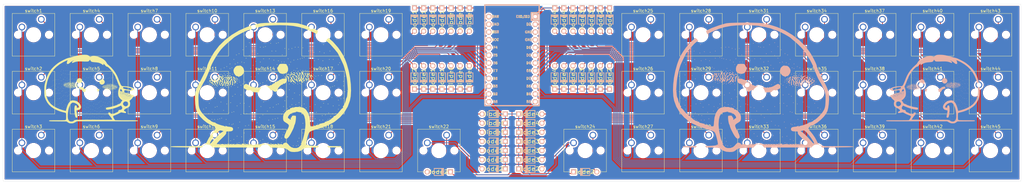
<source format=kicad_pcb>
(kicad_pcb (version 20171130) (host pcbnew 5.1.6)
  (layers (0 F.Cu signal) (31 B.Cu signal) (34 B.Paste user) (35 F.Paste user) (36 B.SilkS user) (37 F.SilkS user) (38 B.Mask user) (39 F.Mask user) (44 Edge.Cuts user))
  (net 0 "")
  (net 1 ROW1)
  (net 2 "Net-(diode1-Pad2)")
  (net 3 ROW2)
  (net 4 "Net-(diode2-Pad2)")
  (net 5 ROW3)
  (net 6 "Net-(diode3-Pad2)")
  (net 7 "Net-(diode4-Pad2)")
  (net 8 "Net-(diode5-Pad2)")
  (net 9 "Net-(diode6-Pad2)")
  (net 10 "Net-(diode7-Pad2)")
  (net 11 "Net-(diode8-Pad2)")
  (net 12 "Net-(diode9-Pad2)")
  (net 13 "Net-(diode10-Pad2)")
  (net 14 "Net-(diode11-Pad2)")
  (net 15 "Net-(diode12-Pad2)")
  (net 16 "Net-(diode13-Pad2)")
  (net 17 "Net-(diode14-Pad2)")
  (net 18 "Net-(diode15-Pad2)")
  (net 19 "Net-(diode16-Pad2)")
  (net 20 "Net-(diode17-Pad2)")
  (net 21 "Net-(diode18-Pad2)")
  (net 22 "Net-(diode19-Pad2)")
  (net 23 "Net-(diode20-Pad2)")
  (net 24 "Net-(diode21-Pad2)")
  (net 25 "Net-(diode22-Pad2)")
  (net 26 "Net-(diode24-Pad2)")
  (net 27 "Net-(diode25-Pad2)")
  (net 28 "Net-(diode26-Pad2)")
  (net 29 "Net-(diode27-Pad2)")
  (net 30 "Net-(diode28-Pad2)")
  (net 31 "Net-(diode29-Pad2)")
  (net 32 "Net-(diode30-Pad2)")
  (net 33 "Net-(diode31-Pad2)")
  (net 34 "Net-(diode32-Pad2)")
  (net 35 "Net-(diode33-Pad2)")
  (net 36 "Net-(diode34-Pad2)")
  (net 37 "Net-(diode35-Pad2)")
  (net 38 "Net-(diode36-Pad2)")
  (net 39 "Net-(diode37-Pad2)")
  (net 40 "Net-(diode38-Pad2)")
  (net 41 "Net-(diode39-Pad2)")
  (net 42 "Net-(diode40-Pad2)")
  (net 43 "Net-(diode41-Pad2)")
  (net 44 "Net-(diode42-Pad2)")
  (net 45 "Net-(diode43-Pad2)")
  (net 46 "Net-(diode44-Pad2)")
  (net 47 "Net-(diode45-Pad2)")
  (net 48 COL01)
  (net 49 COL02)
  (net 50 COL09)
  (net 51 COL03)
  (net 52 COL10)
  (net 53 COL04)
  (net 54 COL11)
  (net 55 COL05)
  (net 56 COL12)
  (net 57 COL06)
  (net 58 COL13)
  (net 59 COL07)
  (net 60 COL14)
  (net 61 COL08)
  (net 62 COL15)
  (module tutankhamun:baldy_uh_huh (layer B.Cu) (at 268 49 180)
    (fp_text reference G*** hide)
    (fp_text value LOGO hide)
  )
  (module tutankhamun:baldy_uh_huh (layer F.Cu) (at 106 49)
    (fp_text reference G*** hide)
    (fp_text value LOGO hide)
  )
  (module tutankhamun:baldy_cheers (layer B.Cu) (at 325 49 180)
    (fp_text reference G*** hide)
    (fp_text value LOGO hide)
  )
  (module tutankhamun:baldy_cheers (layer F.Cu) (at 49 49)
    (fp_text reference G*** hide)
    (fp_text value LOGO hide)
  )
  (module tutankhamun:1u-single (layer F.Cu) (at 287 68)
    (fp_text reference switch36 (at 0 -7.874) (layer F.SilkS))
    (fp_text value switch)
    (pad "" np_thru_hole circle (at 5.08 0) (size 1.7 1.7) (drill 1.7) (layers *.Cu *.Mask))
    (pad "" np_thru_hole circle (at -5.08 0) (size 1.7 1.7) (drill 1.7) (layers *.Cu *.Mask))
    (pad "" np_thru_hole circle (at 0 0) (size 4 4) (drill 4) (layers *.Cu *.Mask))
    (pad 2 thru_hole circle (at -3.81 -2.54) (size 2.2 2.2) (drill 1.5) (layers *.Cu *.Mask) (net 59 COL07))
    (pad 1 thru_hole circle (at 2.54 -5.08) (size 2.2 2.2) (drill 1.5) (layers *.Cu *.Mask) (net 38 "Net-(diode36-Pad2)"))
  )
  (module tutankhamun:diode (layer F.Cu) (at 193 74 180)
    (fp_text reference diode27 (at 0 0) (layer F.SilkS) (effects (font (size 1.27 1.524) (thickness 0.2032))))
    (fp_text value diode hide)
    (pad 1 thru_hole rect (at 3.81 0 180) (size 1.651 1.651) (drill 0.9906) (layers *.Cu *.SilkS *.Mask) (net 5 ROW3))
    (pad 2 thru_hole circle (at -3.81 0 180) (size 1.651 1.651) (drill 0.9906) (layers *.Cu *.SilkS *.Mask) (net 29 "Net-(diode27-Pad2)"))
  )
  (module tutankhamun:1u-single (layer F.Cu) (at 163 68)
    (fp_text reference switch22 (at 0 -7.874) (layer F.SilkS))
    (fp_text value switch)
    (pad "" np_thru_hole circle (at 5.08 0) (size 1.7 1.7) (drill 1.7) (layers *.Cu *.Mask))
    (pad "" np_thru_hole circle (at -5.08 0) (size 1.7 1.7) (drill 1.7) (layers *.Cu *.Mask))
    (pad "" np_thru_hole circle (at 0 0) (size 4 4) (drill 4) (layers *.Cu *.Mask))
    (pad 2 thru_hole circle (at -3.81 -2.54) (size 2.2 2.2) (drill 1.5) (layers *.Cu *.Mask) (net 55 COL05))
    (pad 1 thru_hole circle (at 2.54 -5.08) (size 2.2 2.2) (drill 1.5) (layers *.Cu *.Mask) (net 25 "Net-(diode22-Pad2)"))
  )
  (module tutankhamun:diode (layer F.Cu) (at 193 56 180)
    (fp_text reference diode45 (at 0 0) (layer F.SilkS) (effects (font (size 1.27 1.524) (thickness 0.2032))))
    (fp_text value diode hide)
    (pad 1 thru_hole rect (at 3.81 0 180) (size 1.651 1.651) (drill 0.9906) (layers *.Cu *.SilkS *.Mask) (net 5 ROW3))
    (pad 2 thru_hole circle (at -3.81 0 180) (size 1.651 1.651) (drill 0.9906) (layers *.Cu *.SilkS *.Mask) (net 47 "Net-(diode45-Pad2)"))
  )
  (module tutankhamun:promicro (layer B.Cu) (at 187 38 270)
    (fp_text reference U1 hide)
    (fp_text value promicro hide)
    (fp_text user ST (at -8.91 5.04) (layer F.SilkS) (effects (font (size 0.8 0.8))))
    (fp_text user TX0/D3 (at -13.97 -3.571872) (layer B.SilkS) (effects (font (size 0.8 0.8)) (justify mirror)))
    (fp_text user TX0/D3 (at -13.97 -3.571872) (layer F.SilkS) (effects (font (size 0.8 0.8))))
    (fp_text user D2 (at -11.43 -5.461) (layer B.SilkS) (effects (font (size 0.8 0.8)) (justify mirror)))
    (fp_text user D0 (at -1.27 -5.461) (layer B.SilkS) (effects (font (size 0.8 0.8)) (justify mirror)))
    (fp_text user D1 (at -3.81 -5.461) (layer B.SilkS) (effects (font (size 0.8 0.8)) (justify mirror)))
    (fp_text user GND (at -6.35 -5.461) (layer B.SilkS) (effects (font (size 0.8 0.8)) (justify mirror)))
    (fp_text user GND (at -8.89 -5.461) (layer B.SilkS) (effects (font (size 0.8 0.8)) (justify mirror)))
    (fp_text user D4 (at 1.27 -5.461) (layer B.SilkS) (effects (font (size 0.8 0.8)) (justify mirror)))
    (fp_text user C6 (at 3.81 -5.461) (layer B.SilkS) (effects (font (size 0.8 0.8)) (justify mirror)))
    (fp_text user D7 (at 6.35 -5.461) (layer B.SilkS) (effects (font (size 0.8 0.8)) (justify mirror)))
    (fp_text user E6 (at 8.89 -5.461) (layer B.SilkS) (effects (font (size 0.8 0.8)) (justify mirror)))
    (fp_text user B4 (at 11.43 -5.461) (layer B.SilkS) (effects (font (size 0.8 0.8)) (justify mirror)))
    (fp_text user B5 (at 13.97 -5.461) (layer B.SilkS) (effects (font (size 0.8 0.8)) (justify mirror)))
    (fp_text user B6 (at 13.97 5.461) (layer B.SilkS) (effects (font (size 0.8 0.8)) (justify mirror)))
    (fp_text user B2 (at 11.43 5.461) (layer F.SilkS) (effects (font (size 0.8 0.8))))
    (fp_text user B3 (at 8.89 5.461) (layer B.SilkS) (effects (font (size 0.8 0.8)) (justify mirror)))
    (fp_text user B1 (at 6.35 5.461) (layer B.SilkS) (effects (font (size 0.8 0.8)) (justify mirror)))
    (fp_text user F7 (at 3.81 5.461) (layer F.SilkS) (effects (font (size 0.8 0.8))))
    (fp_text user F6 (at 1.27 5.461) (layer F.SilkS) (effects (font (size 0.8 0.8))))
    (fp_text user F5 (at -1.27 5.461) (layer F.SilkS) (effects (font (size 0.8 0.8))))
    (fp_text user F4 (at -3.81 5.461) (layer B.SilkS) (effects (font (size 0.8 0.8)) (justify mirror)))
    (fp_text user VCC (at -6.35 5.461) (layer B.SilkS) (effects (font (size 0.8 0.8)) (justify mirror)))
    (fp_text user ST (at -8.92 5.73312) (layer B.SilkS) (effects (font (size 0.8 0.8)) (justify mirror)))
    (fp_text user GND (at -11.43 5.461) (layer B.SilkS) (effects (font (size 0.8 0.8)) (justify mirror)))
    (fp_text user RAW (at -13.97 5.461) (layer B.SilkS) (effects (font (size 0.8 0.8)) (justify mirror)))
    (fp_text user RAW (at -13.97 5.461) (layer F.SilkS) (effects (font (size 0.8 0.8))))
    (fp_text user GND (at -11.43 5.461) (layer F.SilkS) (effects (font (size 0.8 0.8))))
    (fp_text user VCC (at -6.35 5.461) (layer F.SilkS) (effects (font (size 0.8 0.8))))
    (fp_text user F4 (at -3.81 5.461) (layer F.SilkS) (effects (font (size 0.8 0.8))))
    (fp_text user F5 (at -1.27 5.461) (layer B.SilkS) (effects (font (size 0.8 0.8)) (justify mirror)))
    (fp_text user F6 (at 1.27 5.461) (layer B.SilkS) (effects (font (size 0.8 0.8)) (justify mirror)))
    (fp_text user F7 (at 3.81 5.461) (layer B.SilkS) (effects (font (size 0.8 0.8)) (justify mirror)))
    (fp_text user B1 (at 6.35 5.461) (layer F.SilkS) (effects (font (size 0.8 0.8))))
    (fp_text user B3 (at 8.89 5.461) (layer F.SilkS) (effects (font (size 0.8 0.8))))
    (fp_text user B2 (at 11.43 5.461) (layer B.SilkS) (effects (font (size 0.8 0.8)) (justify mirror)))
    (fp_text user B6 (at 13.97 5.461) (layer F.SilkS) (effects (font (size 0.8 0.8))))
    (fp_text user B5 (at 13.97 -5.461) (layer F.SilkS) (effects (font (size 0.8 0.8))))
    (fp_text user B4 (at 11.43 -5.461) (layer F.SilkS) (effects (font (size 0.8 0.8))))
    (fp_text user E6 (at 8.89 -5.461) (layer F.SilkS) (effects (font (size 0.8 0.8))))
    (fp_text user D7 (at 6.35 -5.461) (layer F.SilkS) (effects (font (size 0.8 0.8))))
    (fp_text user C6 (at 3.81 -5.461) (layer F.SilkS) (effects (font (size 0.8 0.8))))
    (fp_text user D4 (at 1.27 -5.461) (layer F.SilkS) (effects (font (size 0.8 0.8))))
    (fp_text user GND (at -8.89 -5.461) (layer F.SilkS) (effects (font (size 0.8 0.8))))
    (fp_text user GND (at -6.35 -5.461) (layer F.SilkS) (effects (font (size 0.8 0.8))))
    (fp_text user D1 (at -3.81 -5.461) (layer F.SilkS) (effects (font (size 0.8 0.8))))
    (fp_text user D0 (at -1.27 -5.461) (layer F.SilkS) (effects (font (size 0.8 0.8))))
    (fp_text user D2 (at -11.43 -5.461) (layer F.SilkS) (effects (font (size 0.8 0.8))))
    (pad 24 thru_hole circle (at -13.97 7.62 270) (size 1.7526 1.7526) (drill 1.0922) (layers *.Cu *.SilkS *.Mask))
    (pad 12 thru_hole circle (at 13.97 -7.62 270) (size 1.7526 1.7526) (drill 1.0922) (layers *.Cu *.SilkS *.Mask) (net 55 COL05))
    (pad 23 thru_hole circle (at -11.43 7.62 270) (size 1.7526 1.7526) (drill 1.0922) (layers *.Cu *.SilkS *.Mask))
    (pad 22 thru_hole circle (at -8.89 7.62 270) (size 1.7526 1.7526) (drill 1.0922) (layers *.Cu *.SilkS *.Mask))
    (pad 21 thru_hole circle (at -6.35 7.62 270) (size 1.7526 1.7526) (drill 1.0922) (layers *.Cu *.SilkS *.Mask))
    (pad 20 thru_hole circle (at -3.81 7.62 270) (size 1.7526 1.7526) (drill 1.0922) (layers *.Cu *.SilkS *.Mask) (net 54 COL11))
    (pad 19 thru_hole circle (at -1.27 7.62 270) (size 1.7526 1.7526) (drill 1.0922) (layers *.Cu *.SilkS *.Mask) (net 53 COL04))
    (pad 18 thru_hole circle (at 1.27 7.62 270) (size 1.7526 1.7526) (drill 1.0922) (layers *.Cu *.SilkS *.Mask) (net 52 COL10))
    (pad 17 thru_hole circle (at 3.81 7.62 270) (size 1.7526 1.7526) (drill 1.0922) (layers *.Cu *.SilkS *.Mask) (net 51 COL03))
    (pad 16 thru_hole circle (at 6.35 7.62 270) (size 1.7526 1.7526) (drill 1.0922) (layers *.Cu *.SilkS *.Mask) (net 50 COL09))
    (pad 15 thru_hole circle (at 8.89 7.62 270) (size 1.7526 1.7526) (drill 1.0922) (layers *.Cu *.SilkS *.Mask) (net 49 COL02))
    (pad 14 thru_hole circle (at 11.43 7.62 270) (size 1.7526 1.7526) (drill 1.0922) (layers *.Cu *.SilkS *.Mask) (net 48 COL01))
    (pad 13 thru_hole circle (at 13.97 7.62 270) (size 1.7526 1.7526) (drill 1.0922) (layers *.Cu *.SilkS *.Mask) (net 5 ROW3))
    (pad 11 thru_hole circle (at 11.43 -7.62 270) (size 1.7526 1.7526) (drill 1.0922) (layers *.Cu *.SilkS *.Mask) (net 62 COL15))
    (pad 10 thru_hole circle (at 8.89 -7.62 270) (size 1.7526 1.7526) (drill 1.0922) (layers *.Cu *.SilkS *.Mask) (net 61 COL08))
    (pad 9 thru_hole circle (at 6.35 -7.62 270) (size 1.7526 1.7526) (drill 1.0922) (layers *.Cu *.SilkS *.Mask) (net 60 COL14))
    (pad 8 thru_hole circle (at 3.81 -7.62 270) (size 1.7526 1.7526) (drill 1.0922) (layers *.Cu *.SilkS *.Mask) (net 59 COL07))
    (pad 7 thru_hole circle (at 1.27 -7.62 270) (size 1.7526 1.7526) (drill 1.0922) (layers *.Cu *.SilkS *.Mask) (net 58 COL13))
    (pad 6 thru_hole circle (at -1.27 -7.62 270) (size 1.7526 1.7526) (drill 1.0922) (layers *.Cu *.SilkS *.Mask) (net 57 COL06))
    (pad 5 thru_hole circle (at -3.81 -7.62 270) (size 1.7526 1.7526) (drill 1.0922) (layers *.Cu *.SilkS *.Mask) (net 56 COL12))
    (pad 4 thru_hole circle (at -6.35 -7.62 270) (size 1.7526 1.7526) (drill 1.0922) (layers *.Cu *.SilkS *.Mask))
    (pad 3 thru_hole circle (at -8.89 -7.62 270) (size 1.7526 1.7526) (drill 1.0922) (layers *.Cu *.SilkS *.Mask))
    (pad 2 thru_hole circle (at -11.43 -7.62 270) (size 1.7526 1.7526) (drill 1.0922) (layers *.Cu *.SilkS *.Mask) (net 3 ROW2))
    (pad 1 thru_hole rect (at -13.97 -7.62 270) (size 1.7526 1.7526) (drill 1.0922) (layers *.Cu *.SilkS *.Mask) (net 1 ROW1))
  )
  (module tutankhamun:1u-single (layer F.Cu) (at 344 68)
    (fp_text reference switch45 (at 0 -7.874) (layer F.SilkS))
    (fp_text value switch)
    (pad "" np_thru_hole circle (at 5.08 0) (size 1.7 1.7) (drill 1.7) (layers *.Cu *.Mask))
    (pad "" np_thru_hole circle (at -5.08 0) (size 1.7 1.7) (drill 1.7) (layers *.Cu *.Mask))
    (pad "" np_thru_hole circle (at 0 0) (size 4 4) (drill 4) (layers *.Cu *.Mask))
    (pad 2 thru_hole circle (at -3.81 -2.54) (size 2.2 2.2) (drill 1.5) (layers *.Cu *.Mask) (net 62 COL15))
    (pad 1 thru_hole circle (at 2.54 -5.08) (size 2.2 2.2) (drill 1.5) (layers *.Cu *.Mask) (net 47 "Net-(diode45-Pad2)"))
  )
  (module tutankhamun:1u-single (layer F.Cu) (at 344 49)
    (fp_text reference switch44 (at 0 -7.874) (layer F.SilkS))
    (fp_text value switch)
    (pad "" np_thru_hole circle (at 5.08 0) (size 1.7 1.7) (drill 1.7) (layers *.Cu *.Mask))
    (pad "" np_thru_hole circle (at -5.08 0) (size 1.7 1.7) (drill 1.7) (layers *.Cu *.Mask))
    (pad "" np_thru_hole circle (at 0 0) (size 4 4) (drill 4) (layers *.Cu *.Mask))
    (pad 2 thru_hole circle (at -3.81 -2.54) (size 2.2 2.2) (drill 1.5) (layers *.Cu *.Mask) (net 62 COL15))
    (pad 1 thru_hole circle (at 2.54 -5.08) (size 2.2 2.2) (drill 1.5) (layers *.Cu *.Mask) (net 46 "Net-(diode44-Pad2)"))
  )
  (module tutankhamun:1u-single (layer F.Cu) (at 344 30)
    (fp_text reference switch43 (at 0 -7.874) (layer F.SilkS))
    (fp_text value switch)
    (pad "" np_thru_hole circle (at 5.08 0) (size 1.7 1.7) (drill 1.7) (layers *.Cu *.Mask))
    (pad "" np_thru_hole circle (at -5.08 0) (size 1.7 1.7) (drill 1.7) (layers *.Cu *.Mask))
    (pad "" np_thru_hole circle (at 0 0) (size 4 4) (drill 4) (layers *.Cu *.Mask))
    (pad 2 thru_hole circle (at -3.81 -2.54) (size 2.2 2.2) (drill 1.5) (layers *.Cu *.Mask) (net 62 COL15))
    (pad 1 thru_hole circle (at 2.54 -5.08) (size 2.2 2.2) (drill 1.5) (layers *.Cu *.Mask) (net 45 "Net-(diode43-Pad2)"))
  )
  (module tutankhamun:1u-single (layer F.Cu) (at 325 68)
    (fp_text reference switch42 (at 0 -7.874) (layer F.SilkS))
    (fp_text value switch)
    (pad "" np_thru_hole circle (at 5.08 0) (size 1.7 1.7) (drill 1.7) (layers *.Cu *.Mask))
    (pad "" np_thru_hole circle (at -5.08 0) (size 1.7 1.7) (drill 1.7) (layers *.Cu *.Mask))
    (pad "" np_thru_hole circle (at 0 0) (size 4 4) (drill 4) (layers *.Cu *.Mask))
    (pad 2 thru_hole circle (at -3.81 -2.54) (size 2.2 2.2) (drill 1.5) (layers *.Cu *.Mask) (net 61 COL08))
    (pad 1 thru_hole circle (at 2.54 -5.08) (size 2.2 2.2) (drill 1.5) (layers *.Cu *.Mask) (net 44 "Net-(diode42-Pad2)"))
  )
  (module tutankhamun:1u-single (layer F.Cu) (at 325 49)
    (fp_text reference switch41 (at 0 -7.874) (layer F.SilkS))
    (fp_text value switch)
    (pad "" np_thru_hole circle (at 5.08 0) (size 1.7 1.7) (drill 1.7) (layers *.Cu *.Mask))
    (pad "" np_thru_hole circle (at -5.08 0) (size 1.7 1.7) (drill 1.7) (layers *.Cu *.Mask))
    (pad "" np_thru_hole circle (at 0 0) (size 4 4) (drill 4) (layers *.Cu *.Mask))
    (pad 2 thru_hole circle (at -3.81 -2.54) (size 2.2 2.2) (drill 1.5) (layers *.Cu *.Mask) (net 61 COL08))
    (pad 1 thru_hole circle (at 2.54 -5.08) (size 2.2 2.2) (drill 1.5) (layers *.Cu *.Mask) (net 43 "Net-(diode41-Pad2)"))
  )
  (module tutankhamun:1u-single (layer F.Cu) (at 325 30)
    (fp_text reference switch40 (at 0 -7.874) (layer F.SilkS))
    (fp_text value switch)
    (pad "" np_thru_hole circle (at 5.08 0) (size 1.7 1.7) (drill 1.7) (layers *.Cu *.Mask))
    (pad "" np_thru_hole circle (at -5.08 0) (size 1.7 1.7) (drill 1.7) (layers *.Cu *.Mask))
    (pad "" np_thru_hole circle (at 0 0) (size 4 4) (drill 4) (layers *.Cu *.Mask))
    (pad 2 thru_hole circle (at -3.81 -2.54) (size 2.2 2.2) (drill 1.5) (layers *.Cu *.Mask) (net 61 COL08))
    (pad 1 thru_hole circle (at 2.54 -5.08) (size 2.2 2.2) (drill 1.5) (layers *.Cu *.Mask) (net 42 "Net-(diode40-Pad2)"))
  )
  (module tutankhamun:1u-single (layer F.Cu) (at 306 68)
    (fp_text reference switch39 (at 0 -7.874) (layer F.SilkS))
    (fp_text value switch)
    (pad "" np_thru_hole circle (at 5.08 0) (size 1.7 1.7) (drill 1.7) (layers *.Cu *.Mask))
    (pad "" np_thru_hole circle (at -5.08 0) (size 1.7 1.7) (drill 1.7) (layers *.Cu *.Mask))
    (pad "" np_thru_hole circle (at 0 0) (size 4 4) (drill 4) (layers *.Cu *.Mask))
    (pad 2 thru_hole circle (at -3.81 -2.54) (size 2.2 2.2) (drill 1.5) (layers *.Cu *.Mask) (net 60 COL14))
    (pad 1 thru_hole circle (at 2.54 -5.08) (size 2.2 2.2) (drill 1.5) (layers *.Cu *.Mask) (net 41 "Net-(diode39-Pad2)"))
  )
  (module tutankhamun:1u-single (layer F.Cu) (at 306 49)
    (fp_text reference switch38 (at 0 -7.874) (layer F.SilkS))
    (fp_text value switch)
    (pad "" np_thru_hole circle (at 5.08 0) (size 1.7 1.7) (drill 1.7) (layers *.Cu *.Mask))
    (pad "" np_thru_hole circle (at -5.08 0) (size 1.7 1.7) (drill 1.7) (layers *.Cu *.Mask))
    (pad "" np_thru_hole circle (at 0 0) (size 4 4) (drill 4) (layers *.Cu *.Mask))
    (pad 2 thru_hole circle (at -3.81 -2.54) (size 2.2 2.2) (drill 1.5) (layers *.Cu *.Mask) (net 60 COL14))
    (pad 1 thru_hole circle (at 2.54 -5.08) (size 2.2 2.2) (drill 1.5) (layers *.Cu *.Mask) (net 40 "Net-(diode38-Pad2)"))
  )
  (module tutankhamun:1u-single (layer F.Cu) (at 306 30)
    (fp_text reference switch37 (at 0 -7.874) (layer F.SilkS))
    (fp_text value switch)
    (pad "" np_thru_hole circle (at 5.08 0) (size 1.7 1.7) (drill 1.7) (layers *.Cu *.Mask))
    (pad "" np_thru_hole circle (at -5.08 0) (size 1.7 1.7) (drill 1.7) (layers *.Cu *.Mask))
    (pad "" np_thru_hole circle (at 0 0) (size 4 4) (drill 4) (layers *.Cu *.Mask))
    (pad 2 thru_hole circle (at -3.81 -2.54) (size 2.2 2.2) (drill 1.5) (layers *.Cu *.Mask) (net 60 COL14))
    (pad 1 thru_hole circle (at 2.54 -5.08) (size 2.2 2.2) (drill 1.5) (layers *.Cu *.Mask) (net 39 "Net-(diode37-Pad2)"))
  )
  (module tutankhamun:1u-single (layer F.Cu) (at 287 49)
    (fp_text reference switch35 (at 0 -7.874) (layer F.SilkS))
    (fp_text value switch)
    (pad "" np_thru_hole circle (at 5.08 0) (size 1.7 1.7) (drill 1.7) (layers *.Cu *.Mask))
    (pad "" np_thru_hole circle (at -5.08 0) (size 1.7 1.7) (drill 1.7) (layers *.Cu *.Mask))
    (pad "" np_thru_hole circle (at 0 0) (size 4 4) (drill 4) (layers *.Cu *.Mask))
    (pad 2 thru_hole circle (at -3.81 -2.54) (size 2.2 2.2) (drill 1.5) (layers *.Cu *.Mask) (net 59 COL07))
    (pad 1 thru_hole circle (at 2.54 -5.08) (size 2.2 2.2) (drill 1.5) (layers *.Cu *.Mask) (net 37 "Net-(diode35-Pad2)"))
  )
  (module tutankhamun:1u-single (layer F.Cu) (at 287 30)
    (fp_text reference switch34 (at 0 -7.874) (layer F.SilkS))
    (fp_text value switch)
    (pad "" np_thru_hole circle (at 5.08 0) (size 1.7 1.7) (drill 1.7) (layers *.Cu *.Mask))
    (pad "" np_thru_hole circle (at -5.08 0) (size 1.7 1.7) (drill 1.7) (layers *.Cu *.Mask))
    (pad "" np_thru_hole circle (at 0 0) (size 4 4) (drill 4) (layers *.Cu *.Mask))
    (pad 2 thru_hole circle (at -3.81 -2.54) (size 2.2 2.2) (drill 1.5) (layers *.Cu *.Mask) (net 59 COL07))
    (pad 1 thru_hole circle (at 2.54 -5.08) (size 2.2 2.2) (drill 1.5) (layers *.Cu *.Mask) (net 36 "Net-(diode34-Pad2)"))
  )
  (module tutankhamun:1u-single (layer F.Cu) (at 268 68)
    (fp_text reference switch33 (at 0 -7.874) (layer F.SilkS))
    (fp_text value switch)
    (pad "" np_thru_hole circle (at 5.08 0) (size 1.7 1.7) (drill 1.7) (layers *.Cu *.Mask))
    (pad "" np_thru_hole circle (at -5.08 0) (size 1.7 1.7) (drill 1.7) (layers *.Cu *.Mask))
    (pad "" np_thru_hole circle (at 0 0) (size 4 4) (drill 4) (layers *.Cu *.Mask))
    (pad 2 thru_hole circle (at -3.81 -2.54) (size 2.2 2.2) (drill 1.5) (layers *.Cu *.Mask) (net 58 COL13))
    (pad 1 thru_hole circle (at 2.54 -5.08) (size 2.2 2.2) (drill 1.5) (layers *.Cu *.Mask) (net 35 "Net-(diode33-Pad2)"))
  )
  (module tutankhamun:1u-single (layer F.Cu) (at 268 49)
    (fp_text reference switch32 (at 0 -7.874) (layer F.SilkS))
    (fp_text value switch)
    (pad "" np_thru_hole circle (at 5.08 0) (size 1.7 1.7) (drill 1.7) (layers *.Cu *.Mask))
    (pad "" np_thru_hole circle (at -5.08 0) (size 1.7 1.7) (drill 1.7) (layers *.Cu *.Mask))
    (pad "" np_thru_hole circle (at 0 0) (size 4 4) (drill 4) (layers *.Cu *.Mask))
    (pad 2 thru_hole circle (at -3.81 -2.54) (size 2.2 2.2) (drill 1.5) (layers *.Cu *.Mask) (net 58 COL13))
    (pad 1 thru_hole circle (at 2.54 -5.08) (size 2.2 2.2) (drill 1.5) (layers *.Cu *.Mask) (net 34 "Net-(diode32-Pad2)"))
  )
  (module tutankhamun:1u-single (layer F.Cu) (at 268 30)
    (fp_text reference switch31 (at 0 -7.874) (layer F.SilkS))
    (fp_text value switch)
    (pad "" np_thru_hole circle (at 5.08 0) (size 1.7 1.7) (drill 1.7) (layers *.Cu *.Mask))
    (pad "" np_thru_hole circle (at -5.08 0) (size 1.7 1.7) (drill 1.7) (layers *.Cu *.Mask))
    (pad "" np_thru_hole circle (at 0 0) (size 4 4) (drill 4) (layers *.Cu *.Mask))
    (pad 2 thru_hole circle (at -3.81 -2.54) (size 2.2 2.2) (drill 1.5) (layers *.Cu *.Mask) (net 58 COL13))
    (pad 1 thru_hole circle (at 2.54 -5.08) (size 2.2 2.2) (drill 1.5) (layers *.Cu *.Mask) (net 33 "Net-(diode31-Pad2)"))
  )
  (module tutankhamun:1u-single (layer F.Cu) (at 249 68)
    (fp_text reference switch30 (at 0 -7.874) (layer F.SilkS))
    (fp_text value switch)
    (pad "" np_thru_hole circle (at 5.08 0) (size 1.7 1.7) (drill 1.7) (layers *.Cu *.Mask))
    (pad "" np_thru_hole circle (at -5.08 0) (size 1.7 1.7) (drill 1.7) (layers *.Cu *.Mask))
    (pad "" np_thru_hole circle (at 0 0) (size 4 4) (drill 4) (layers *.Cu *.Mask))
    (pad 2 thru_hole circle (at -3.81 -2.54) (size 2.2 2.2) (drill 1.5) (layers *.Cu *.Mask) (net 57 COL06))
    (pad 1 thru_hole circle (at 2.54 -5.08) (size 2.2 2.2) (drill 1.5) (layers *.Cu *.Mask) (net 32 "Net-(diode30-Pad2)"))
  )
  (module tutankhamun:1u-single (layer F.Cu) (at 249 49)
    (fp_text reference switch29 (at 0 -7.874) (layer F.SilkS))
    (fp_text value switch)
    (pad "" np_thru_hole circle (at 5.08 0) (size 1.7 1.7) (drill 1.7) (layers *.Cu *.Mask))
    (pad "" np_thru_hole circle (at -5.08 0) (size 1.7 1.7) (drill 1.7) (layers *.Cu *.Mask))
    (pad "" np_thru_hole circle (at 0 0) (size 4 4) (drill 4) (layers *.Cu *.Mask))
    (pad 2 thru_hole circle (at -3.81 -2.54) (size 2.2 2.2) (drill 1.5) (layers *.Cu *.Mask) (net 57 COL06))
    (pad 1 thru_hole circle (at 2.54 -5.08) (size 2.2 2.2) (drill 1.5) (layers *.Cu *.Mask) (net 31 "Net-(diode29-Pad2)"))
  )
  (module tutankhamun:1u-single (layer F.Cu) (at 249 30)
    (fp_text reference switch28 (at 0 -7.874) (layer F.SilkS))
    (fp_text value switch)
    (pad "" np_thru_hole circle (at 5.08 0) (size 1.7 1.7) (drill 1.7) (layers *.Cu *.Mask))
    (pad "" np_thru_hole circle (at -5.08 0) (size 1.7 1.7) (drill 1.7) (layers *.Cu *.Mask))
    (pad "" np_thru_hole circle (at 0 0) (size 4 4) (drill 4) (layers *.Cu *.Mask))
    (pad 2 thru_hole circle (at -3.81 -2.54) (size 2.2 2.2) (drill 1.5) (layers *.Cu *.Mask) (net 57 COL06))
    (pad 1 thru_hole circle (at 2.54 -5.08) (size 2.2 2.2) (drill 1.5) (layers *.Cu *.Mask) (net 30 "Net-(diode28-Pad2)"))
  )
  (module tutankhamun:1u-single (layer F.Cu) (at 230 68)
    (fp_text reference switch27 (at 0 -7.874) (layer F.SilkS))
    (fp_text value switch)
    (pad "" np_thru_hole circle (at 5.08 0) (size 1.7 1.7) (drill 1.7) (layers *.Cu *.Mask))
    (pad "" np_thru_hole circle (at -5.08 0) (size 1.7 1.7) (drill 1.7) (layers *.Cu *.Mask))
    (pad "" np_thru_hole circle (at 0 0) (size 4 4) (drill 4) (layers *.Cu *.Mask))
    (pad 2 thru_hole circle (at -3.81 -2.54) (size 2.2 2.2) (drill 1.5) (layers *.Cu *.Mask) (net 56 COL12))
    (pad 1 thru_hole circle (at 2.54 -5.08) (size 2.2 2.2) (drill 1.5) (layers *.Cu *.Mask) (net 29 "Net-(diode27-Pad2)"))
  )
  (module tutankhamun:1u-single (layer F.Cu) (at 230 49)
    (fp_text reference switch26 (at 0 -7.874) (layer F.SilkS))
    (fp_text value switch)
    (pad "" np_thru_hole circle (at 5.08 0) (size 1.7 1.7) (drill 1.7) (layers *.Cu *.Mask))
    (pad "" np_thru_hole circle (at -5.08 0) (size 1.7 1.7) (drill 1.7) (layers *.Cu *.Mask))
    (pad "" np_thru_hole circle (at 0 0) (size 4 4) (drill 4) (layers *.Cu *.Mask))
    (pad 2 thru_hole circle (at -3.81 -2.54) (size 2.2 2.2) (drill 1.5) (layers *.Cu *.Mask) (net 56 COL12))
    (pad 1 thru_hole circle (at 2.54 -5.08) (size 2.2 2.2) (drill 1.5) (layers *.Cu *.Mask) (net 28 "Net-(diode26-Pad2)"))
  )
  (module tutankhamun:1u-single (layer F.Cu) (at 230 30)
    (fp_text reference switch25 (at 0 -7.874) (layer F.SilkS))
    (fp_text value switch)
    (pad "" np_thru_hole circle (at 5.08 0) (size 1.7 1.7) (drill 1.7) (layers *.Cu *.Mask))
    (pad "" np_thru_hole circle (at -5.08 0) (size 1.7 1.7) (drill 1.7) (layers *.Cu *.Mask))
    (pad "" np_thru_hole circle (at 0 0) (size 4 4) (drill 4) (layers *.Cu *.Mask))
    (pad 2 thru_hole circle (at -3.81 -2.54) (size 2.2 2.2) (drill 1.5) (layers *.Cu *.Mask) (net 56 COL12))
    (pad 1 thru_hole circle (at 2.54 -5.08) (size 2.2 2.2) (drill 1.5) (layers *.Cu *.Mask) (net 27 "Net-(diode25-Pad2)"))
  )
  (module tutankhamun:1u-single (layer F.Cu) (at 211 68)
    (fp_text reference switch24 (at 0 -7.874) (layer F.SilkS))
    (fp_text value switch)
    (pad "" np_thru_hole circle (at 5.08 0) (size 1.7 1.7) (drill 1.7) (layers *.Cu *.Mask))
    (pad "" np_thru_hole circle (at -5.08 0) (size 1.7 1.7) (drill 1.7) (layers *.Cu *.Mask))
    (pad "" np_thru_hole circle (at 0 0) (size 4 4) (drill 4) (layers *.Cu *.Mask))
    (pad 2 thru_hole circle (at -3.81 -2.54) (size 2.2 2.2) (drill 1.5) (layers *.Cu *.Mask) (net 55 COL05))
    (pad 1 thru_hole circle (at 2.54 -5.08) (size 2.2 2.2) (drill 1.5) (layers *.Cu *.Mask) (net 26 "Net-(diode24-Pad2)"))
  )
  (module tutankhamun:1u-single (layer F.Cu) (at 144 68)
    (fp_text reference switch21 (at 0 -7.874) (layer F.SilkS))
    (fp_text value switch)
    (pad "" np_thru_hole circle (at 5.08 0) (size 1.7 1.7) (drill 1.7) (layers *.Cu *.Mask))
    (pad "" np_thru_hole circle (at -5.08 0) (size 1.7 1.7) (drill 1.7) (layers *.Cu *.Mask))
    (pad "" np_thru_hole circle (at 0 0) (size 4 4) (drill 4) (layers *.Cu *.Mask))
    (pad 2 thru_hole circle (at -3.81 -2.54) (size 2.2 2.2) (drill 1.5) (layers *.Cu *.Mask) (net 54 COL11))
    (pad 1 thru_hole circle (at 2.54 -5.08) (size 2.2 2.2) (drill 1.5) (layers *.Cu *.Mask) (net 24 "Net-(diode21-Pad2)"))
  )
  (module tutankhamun:1u-single (layer F.Cu) (at 144 49)
    (fp_text reference switch20 (at 0 -7.874) (layer F.SilkS))
    (fp_text value switch)
    (pad "" np_thru_hole circle (at 5.08 0) (size 1.7 1.7) (drill 1.7) (layers *.Cu *.Mask))
    (pad "" np_thru_hole circle (at -5.08 0) (size 1.7 1.7) (drill 1.7) (layers *.Cu *.Mask))
    (pad "" np_thru_hole circle (at 0 0) (size 4 4) (drill 4) (layers *.Cu *.Mask))
    (pad 2 thru_hole circle (at -3.81 -2.54) (size 2.2 2.2) (drill 1.5) (layers *.Cu *.Mask) (net 54 COL11))
    (pad 1 thru_hole circle (at 2.54 -5.08) (size 2.2 2.2) (drill 1.5) (layers *.Cu *.Mask) (net 23 "Net-(diode20-Pad2)"))
  )
  (module tutankhamun:1u-single (layer F.Cu) (at 144 30)
    (fp_text reference switch19 (at 0 -7.874) (layer F.SilkS))
    (fp_text value switch)
    (pad "" np_thru_hole circle (at 5.08 0) (size 1.7 1.7) (drill 1.7) (layers *.Cu *.Mask))
    (pad "" np_thru_hole circle (at -5.08 0) (size 1.7 1.7) (drill 1.7) (layers *.Cu *.Mask))
    (pad "" np_thru_hole circle (at 0 0) (size 4 4) (drill 4) (layers *.Cu *.Mask))
    (pad 2 thru_hole circle (at -3.81 -2.54) (size 2.2 2.2) (drill 1.5) (layers *.Cu *.Mask) (net 54 COL11))
    (pad 1 thru_hole circle (at 2.54 -5.08) (size 2.2 2.2) (drill 1.5) (layers *.Cu *.Mask) (net 22 "Net-(diode19-Pad2)"))
  )
  (module tutankhamun:1u-single (layer F.Cu) (at 125 68)
    (fp_text reference switch18 (at 0 -7.874) (layer F.SilkS))
    (fp_text value switch)
    (pad "" np_thru_hole circle (at 5.08 0) (size 1.7 1.7) (drill 1.7) (layers *.Cu *.Mask))
    (pad "" np_thru_hole circle (at -5.08 0) (size 1.7 1.7) (drill 1.7) (layers *.Cu *.Mask))
    (pad "" np_thru_hole circle (at 0 0) (size 4 4) (drill 4) (layers *.Cu *.Mask))
    (pad 2 thru_hole circle (at -3.81 -2.54) (size 2.2 2.2) (drill 1.5) (layers *.Cu *.Mask) (net 53 COL04))
    (pad 1 thru_hole circle (at 2.54 -5.08) (size 2.2 2.2) (drill 1.5) (layers *.Cu *.Mask) (net 21 "Net-(diode18-Pad2)"))
  )
  (module tutankhamun:1u-single (layer F.Cu) (at 125 49)
    (fp_text reference switch17 (at 0 -7.874) (layer F.SilkS))
    (fp_text value switch)
    (pad "" np_thru_hole circle (at 5.08 0) (size 1.7 1.7) (drill 1.7) (layers *.Cu *.Mask))
    (pad "" np_thru_hole circle (at -5.08 0) (size 1.7 1.7) (drill 1.7) (layers *.Cu *.Mask))
    (pad "" np_thru_hole circle (at 0 0) (size 4 4) (drill 4) (layers *.Cu *.Mask))
    (pad 2 thru_hole circle (at -3.81 -2.54) (size 2.2 2.2) (drill 1.5) (layers *.Cu *.Mask) (net 53 COL04))
    (pad 1 thru_hole circle (at 2.54 -5.08) (size 2.2 2.2) (drill 1.5) (layers *.Cu *.Mask) (net 20 "Net-(diode17-Pad2)"))
  )
  (module tutankhamun:1u-single (layer F.Cu) (at 125 30)
    (fp_text reference switch16 (at 0 -7.874) (layer F.SilkS))
    (fp_text value switch)
    (pad "" np_thru_hole circle (at 5.08 0) (size 1.7 1.7) (drill 1.7) (layers *.Cu *.Mask))
    (pad "" np_thru_hole circle (at -5.08 0) (size 1.7 1.7) (drill 1.7) (layers *.Cu *.Mask))
    (pad "" np_thru_hole circle (at 0 0) (size 4 4) (drill 4) (layers *.Cu *.Mask))
    (pad 2 thru_hole circle (at -3.81 -2.54) (size 2.2 2.2) (drill 1.5) (layers *.Cu *.Mask) (net 53 COL04))
    (pad 1 thru_hole circle (at 2.54 -5.08) (size 2.2 2.2) (drill 1.5) (layers *.Cu *.Mask) (net 19 "Net-(diode16-Pad2)"))
  )
  (module tutankhamun:1u-single (layer F.Cu) (at 106 68)
    (fp_text reference switch15 (at 0 -7.874) (layer F.SilkS))
    (fp_text value switch)
    (pad "" np_thru_hole circle (at 5.08 0) (size 1.7 1.7) (drill 1.7) (layers *.Cu *.Mask))
    (pad "" np_thru_hole circle (at -5.08 0) (size 1.7 1.7) (drill 1.7) (layers *.Cu *.Mask))
    (pad "" np_thru_hole circle (at 0 0) (size 4 4) (drill 4) (layers *.Cu *.Mask))
    (pad 2 thru_hole circle (at -3.81 -2.54) (size 2.2 2.2) (drill 1.5) (layers *.Cu *.Mask) (net 52 COL10))
    (pad 1 thru_hole circle (at 2.54 -5.08) (size 2.2 2.2) (drill 1.5) (layers *.Cu *.Mask) (net 18 "Net-(diode15-Pad2)"))
  )
  (module tutankhamun:1u-single (layer F.Cu) (at 106 49)
    (fp_text reference switch14 (at 0 -7.874) (layer F.SilkS))
    (fp_text value switch)
    (pad "" np_thru_hole circle (at 5.08 0) (size 1.7 1.7) (drill 1.7) (layers *.Cu *.Mask))
    (pad "" np_thru_hole circle (at -5.08 0) (size 1.7 1.7) (drill 1.7) (layers *.Cu *.Mask))
    (pad "" np_thru_hole circle (at 0 0) (size 4 4) (drill 4) (layers *.Cu *.Mask))
    (pad 2 thru_hole circle (at -3.81 -2.54) (size 2.2 2.2) (drill 1.5) (layers *.Cu *.Mask) (net 52 COL10))
    (pad 1 thru_hole circle (at 2.54 -5.08) (size 2.2 2.2) (drill 1.5) (layers *.Cu *.Mask) (net 17 "Net-(diode14-Pad2)"))
  )
  (module tutankhamun:1u-single (layer F.Cu) (at 106 30)
    (fp_text reference switch13 (at 0 -7.874) (layer F.SilkS))
    (fp_text value switch)
    (pad "" np_thru_hole circle (at 5.08 0) (size 1.7 1.7) (drill 1.7) (layers *.Cu *.Mask))
    (pad "" np_thru_hole circle (at -5.08 0) (size 1.7 1.7) (drill 1.7) (layers *.Cu *.Mask))
    (pad "" np_thru_hole circle (at 0 0) (size 4 4) (drill 4) (layers *.Cu *.Mask))
    (pad 2 thru_hole circle (at -3.81 -2.54) (size 2.2 2.2) (drill 1.5) (layers *.Cu *.Mask) (net 52 COL10))
    (pad 1 thru_hole circle (at 2.54 -5.08) (size 2.2 2.2) (drill 1.5) (layers *.Cu *.Mask) (net 16 "Net-(diode13-Pad2)"))
  )
  (module tutankhamun:1u-single (layer F.Cu) (at 87 68)
    (fp_text reference switch12 (at 0 -7.874) (layer F.SilkS))
    (fp_text value switch)
    (pad "" np_thru_hole circle (at 5.08 0) (size 1.7 1.7) (drill 1.7) (layers *.Cu *.Mask))
    (pad "" np_thru_hole circle (at -5.08 0) (size 1.7 1.7) (drill 1.7) (layers *.Cu *.Mask))
    (pad "" np_thru_hole circle (at 0 0) (size 4 4) (drill 4) (layers *.Cu *.Mask))
    (pad 2 thru_hole circle (at -3.81 -2.54) (size 2.2 2.2) (drill 1.5) (layers *.Cu *.Mask) (net 51 COL03))
    (pad 1 thru_hole circle (at 2.54 -5.08) (size 2.2 2.2) (drill 1.5) (layers *.Cu *.Mask) (net 15 "Net-(diode12-Pad2)"))
  )
  (module tutankhamun:1u-single (layer F.Cu) (at 87 49)
    (fp_text reference switch11 (at 0 -7.874) (layer F.SilkS))
    (fp_text value switch)
    (pad "" np_thru_hole circle (at 5.08 0) (size 1.7 1.7) (drill 1.7) (layers *.Cu *.Mask))
    (pad "" np_thru_hole circle (at -5.08 0) (size 1.7 1.7) (drill 1.7) (layers *.Cu *.Mask))
    (pad "" np_thru_hole circle (at 0 0) (size 4 4) (drill 4) (layers *.Cu *.Mask))
    (pad 2 thru_hole circle (at -3.81 -2.54) (size 2.2 2.2) (drill 1.5) (layers *.Cu *.Mask) (net 51 COL03))
    (pad 1 thru_hole circle (at 2.54 -5.08) (size 2.2 2.2) (drill 1.5) (layers *.Cu *.Mask) (net 14 "Net-(diode11-Pad2)"))
  )
  (module tutankhamun:1u-single (layer F.Cu) (at 87 30)
    (fp_text reference switch10 (at 0 -7.874) (layer F.SilkS))
    (fp_text value switch)
    (pad "" np_thru_hole circle (at 5.08 0) (size 1.7 1.7) (drill 1.7) (layers *.Cu *.Mask))
    (pad "" np_thru_hole circle (at -5.08 0) (size 1.7 1.7) (drill 1.7) (layers *.Cu *.Mask))
    (pad "" np_thru_hole circle (at 0 0) (size 4 4) (drill 4) (layers *.Cu *.Mask))
    (pad 2 thru_hole circle (at -3.81 -2.54) (size 2.2 2.2) (drill 1.5) (layers *.Cu *.Mask) (net 51 COL03))
    (pad 1 thru_hole circle (at 2.54 -5.08) (size 2.2 2.2) (drill 1.5) (layers *.Cu *.Mask) (net 13 "Net-(diode10-Pad2)"))
  )
  (module tutankhamun:1u-single (layer F.Cu) (at 68 68)
    (fp_text reference switch9 (at 0 -7.874) (layer F.SilkS))
    (fp_text value switch)
    (pad "" np_thru_hole circle (at 5.08 0) (size 1.7 1.7) (drill 1.7) (layers *.Cu *.Mask))
    (pad "" np_thru_hole circle (at -5.08 0) (size 1.7 1.7) (drill 1.7) (layers *.Cu *.Mask))
    (pad "" np_thru_hole circle (at 0 0) (size 4 4) (drill 4) (layers *.Cu *.Mask))
    (pad 2 thru_hole circle (at -3.81 -2.54) (size 2.2 2.2) (drill 1.5) (layers *.Cu *.Mask) (net 50 COL09))
    (pad 1 thru_hole circle (at 2.54 -5.08) (size 2.2 2.2) (drill 1.5) (layers *.Cu *.Mask) (net 12 "Net-(diode9-Pad2)"))
  )
  (module tutankhamun:1u-single (layer F.Cu) (at 68 49)
    (fp_text reference switch8 (at 0 -7.874) (layer F.SilkS))
    (fp_text value switch)
    (pad "" np_thru_hole circle (at 5.08 0) (size 1.7 1.7) (drill 1.7) (layers *.Cu *.Mask))
    (pad "" np_thru_hole circle (at -5.08 0) (size 1.7 1.7) (drill 1.7) (layers *.Cu *.Mask))
    (pad "" np_thru_hole circle (at 0 0) (size 4 4) (drill 4) (layers *.Cu *.Mask))
    (pad 2 thru_hole circle (at -3.81 -2.54) (size 2.2 2.2) (drill 1.5) (layers *.Cu *.Mask) (net 50 COL09))
    (pad 1 thru_hole circle (at 2.54 -5.08) (size 2.2 2.2) (drill 1.5) (layers *.Cu *.Mask) (net 11 "Net-(diode8-Pad2)"))
  )
  (module tutankhamun:1u-single (layer F.Cu) (at 68 30)
    (fp_text reference switch7 (at 0 -7.874) (layer F.SilkS))
    (fp_text value switch)
    (pad "" np_thru_hole circle (at 5.08 0) (size 1.7 1.7) (drill 1.7) (layers *.Cu *.Mask))
    (pad "" np_thru_hole circle (at -5.08 0) (size 1.7 1.7) (drill 1.7) (layers *.Cu *.Mask))
    (pad "" np_thru_hole circle (at 0 0) (size 4 4) (drill 4) (layers *.Cu *.Mask))
    (pad 2 thru_hole circle (at -3.81 -2.54) (size 2.2 2.2) (drill 1.5) (layers *.Cu *.Mask) (net 50 COL09))
    (pad 1 thru_hole circle (at 2.54 -5.08) (size 2.2 2.2) (drill 1.5) (layers *.Cu *.Mask) (net 10 "Net-(diode7-Pad2)"))
  )
  (module tutankhamun:1u-single (layer F.Cu) (at 49 68)
    (fp_text reference switch6 (at 0 -7.874) (layer F.SilkS))
    (fp_text value switch)
    (pad "" np_thru_hole circle (at 5.08 0) (size 1.7 1.7) (drill 1.7) (layers *.Cu *.Mask))
    (pad "" np_thru_hole circle (at -5.08 0) (size 1.7 1.7) (drill 1.7) (layers *.Cu *.Mask))
    (pad "" np_thru_hole circle (at 0 0) (size 4 4) (drill 4) (layers *.Cu *.Mask))
    (pad 2 thru_hole circle (at -3.81 -2.54) (size 2.2 2.2) (drill 1.5) (layers *.Cu *.Mask) (net 49 COL02))
    (pad 1 thru_hole circle (at 2.54 -5.08) (size 2.2 2.2) (drill 1.5) (layers *.Cu *.Mask) (net 9 "Net-(diode6-Pad2)"))
  )
  (module tutankhamun:1u-single (layer F.Cu) (at 49 49)
    (fp_text reference switch5 (at 0 -7.874) (layer F.SilkS))
    (fp_text value switch)
    (pad "" np_thru_hole circle (at 5.08 0) (size 1.7 1.7) (drill 1.7) (layers *.Cu *.Mask))
    (pad "" np_thru_hole circle (at -5.08 0) (size 1.7 1.7) (drill 1.7) (layers *.Cu *.Mask))
    (pad "" np_thru_hole circle (at 0 0) (size 4 4) (drill 4) (layers *.Cu *.Mask))
    (pad 2 thru_hole circle (at -3.81 -2.54) (size 2.2 2.2) (drill 1.5) (layers *.Cu *.Mask) (net 49 COL02))
    (pad 1 thru_hole circle (at 2.54 -5.08) (size 2.2 2.2) (drill 1.5) (layers *.Cu *.Mask) (net 8 "Net-(diode5-Pad2)"))
  )
  (module tutankhamun:1u-single (layer F.Cu) (at 49 30)
    (fp_text reference switch4 (at 0 -7.874) (layer F.SilkS))
    (fp_text value switch)
    (pad "" np_thru_hole circle (at 5.08 0) (size 1.7 1.7) (drill 1.7) (layers *.Cu *.Mask))
    (pad "" np_thru_hole circle (at -5.08 0) (size 1.7 1.7) (drill 1.7) (layers *.Cu *.Mask))
    (pad "" np_thru_hole circle (at 0 0) (size 4 4) (drill 4) (layers *.Cu *.Mask))
    (pad 2 thru_hole circle (at -3.81 -2.54) (size 2.2 2.2) (drill 1.5) (layers *.Cu *.Mask) (net 49 COL02))
    (pad 1 thru_hole circle (at 2.54 -5.08) (size 2.2 2.2) (drill 1.5) (layers *.Cu *.Mask) (net 7 "Net-(diode4-Pad2)"))
  )
  (module tutankhamun:1u-single (layer F.Cu) (at 30 68)
    (fp_text reference switch3 (at 0 -7.874) (layer F.SilkS))
    (fp_text value switch)
    (pad "" np_thru_hole circle (at 5.08 0) (size 1.7 1.7) (drill 1.7) (layers *.Cu *.Mask))
    (pad "" np_thru_hole circle (at -5.08 0) (size 1.7 1.7) (drill 1.7) (layers *.Cu *.Mask))
    (pad "" np_thru_hole circle (at 0 0) (size 4 4) (drill 4) (layers *.Cu *.Mask))
    (pad 2 thru_hole circle (at -3.81 -2.54) (size 2.2 2.2) (drill 1.5) (layers *.Cu *.Mask) (net 48 COL01))
    (pad 1 thru_hole circle (at 2.54 -5.08) (size 2.2 2.2) (drill 1.5) (layers *.Cu *.Mask) (net 6 "Net-(diode3-Pad2)"))
  )
  (module tutankhamun:1u-single (layer F.Cu) (at 30 49)
    (fp_text reference switch2 (at 0 -7.874) (layer F.SilkS))
    (fp_text value switch)
    (pad "" np_thru_hole circle (at 5.08 0) (size 1.7 1.7) (drill 1.7) (layers *.Cu *.Mask))
    (pad "" np_thru_hole circle (at -5.08 0) (size 1.7 1.7) (drill 1.7) (layers *.Cu *.Mask))
    (pad "" np_thru_hole circle (at 0 0) (size 4 4) (drill 4) (layers *.Cu *.Mask))
    (pad 2 thru_hole circle (at -3.81 -2.54) (size 2.2 2.2) (drill 1.5) (layers *.Cu *.Mask) (net 48 COL01))
    (pad 1 thru_hole circle (at 2.54 -5.08) (size 2.2 2.2) (drill 1.5) (layers *.Cu *.Mask) (net 4 "Net-(diode2-Pad2)"))
  )
  (module tutankhamun:1u-single (layer F.Cu) (at 30 30)
    (fp_text reference switch1 (at 0 -7.874) (layer F.SilkS))
    (fp_text value switch)
    (pad "" np_thru_hole circle (at 5.08 0) (size 1.7 1.7) (drill 1.7) (layers *.Cu *.Mask))
    (pad "" np_thru_hole circle (at -5.08 0) (size 1.7 1.7) (drill 1.7) (layers *.Cu *.Mask))
    (pad "" np_thru_hole circle (at 0 0) (size 4 4) (drill 4) (layers *.Cu *.Mask))
    (pad 2 thru_hole circle (at -3.81 -2.54) (size 2.2 2.2) (drill 1.5) (layers *.Cu *.Mask) (net 48 COL01))
    (pad 1 thru_hole circle (at 2.54 -5.08) (size 2.2 2.2) (drill 1.5) (layers *.Cu *.Mask) (net 2 "Net-(diode1-Pad2)"))
  )
  (module tutankhamun:diode (layer F.Cu) (at 201 44 270)
    (fp_text reference diode44 (at 0 0 90) (layer F.SilkS) (effects (font (size 1.27 1.524) (thickness 0.2032))))
    (fp_text value diode hide)
    (pad 1 thru_hole rect (at 3.81 0 270) (size 1.651 1.651) (drill 0.9906) (layers *.Cu *.SilkS *.Mask) (net 3 ROW2))
    (pad 2 thru_hole circle (at -3.81 0 270) (size 1.651 1.651) (drill 0.9906) (layers *.Cu *.SilkS *.Mask) (net 46 "Net-(diode44-Pad2)"))
  )
  (module tutankhamun:diode (layer F.Cu) (at 201 25 90)
    (fp_text reference diode43 (at 0 0 90) (layer F.SilkS) (effects (font (size 1.27 1.524) (thickness 0.2032))))
    (fp_text value diode hide)
    (pad 1 thru_hole rect (at 3.81 0 90) (size 1.651 1.651) (drill 0.9906) (layers *.Cu *.SilkS *.Mask) (net 1 ROW1))
    (pad 2 thru_hole circle (at -3.81 0 90) (size 1.651 1.651) (drill 0.9906) (layers *.Cu *.SilkS *.Mask) (net 45 "Net-(diode43-Pad2)"))
  )
  (module tutankhamun:diode (layer F.Cu) (at 193 59 180)
    (fp_text reference diode42 (at 0 0) (layer F.SilkS) (effects (font (size 1.27 1.524) (thickness 0.2032))))
    (fp_text value diode hide)
    (pad 1 thru_hole rect (at 3.81 0 180) (size 1.651 1.651) (drill 0.9906) (layers *.Cu *.SilkS *.Mask) (net 5 ROW3))
    (pad 2 thru_hole circle (at -3.81 0 180) (size 1.651 1.651) (drill 0.9906) (layers *.Cu *.SilkS *.Mask) (net 44 "Net-(diode42-Pad2)"))
  )
  (module tutankhamun:diode (layer F.Cu) (at 204 44 270)
    (fp_text reference diode41 (at 0 0 90) (layer F.SilkS) (effects (font (size 1.27 1.524) (thickness 0.2032))))
    (fp_text value diode hide)
    (pad 1 thru_hole rect (at 3.81 0 270) (size 1.651 1.651) (drill 0.9906) (layers *.Cu *.SilkS *.Mask) (net 3 ROW2))
    (pad 2 thru_hole circle (at -3.81 0 270) (size 1.651 1.651) (drill 0.9906) (layers *.Cu *.SilkS *.Mask) (net 43 "Net-(diode41-Pad2)"))
  )
  (module tutankhamun:diode (layer F.Cu) (at 204 25 90)
    (fp_text reference diode40 (at 0 0 90) (layer F.SilkS) (effects (font (size 1.27 1.524) (thickness 0.2032))))
    (fp_text value diode hide)
    (pad 1 thru_hole rect (at 3.81 0 90) (size 1.651 1.651) (drill 0.9906) (layers *.Cu *.SilkS *.Mask) (net 1 ROW1))
    (pad 2 thru_hole circle (at -3.81 0 90) (size 1.651 1.651) (drill 0.9906) (layers *.Cu *.SilkS *.Mask) (net 42 "Net-(diode40-Pad2)"))
  )
  (module tutankhamun:diode (layer F.Cu) (at 193 62 180)
    (fp_text reference diode39 (at 0 0) (layer F.SilkS) (effects (font (size 1.27 1.524) (thickness 0.2032))))
    (fp_text value diode hide)
    (pad 1 thru_hole rect (at 3.81 0 180) (size 1.651 1.651) (drill 0.9906) (layers *.Cu *.SilkS *.Mask) (net 5 ROW3))
    (pad 2 thru_hole circle (at -3.81 0 180) (size 1.651 1.651) (drill 0.9906) (layers *.Cu *.SilkS *.Mask) (net 41 "Net-(diode39-Pad2)"))
  )
  (module tutankhamun:diode (layer F.Cu) (at 207 44 270)
    (fp_text reference diode38 (at 0 0 90) (layer F.SilkS) (effects (font (size 1.27 1.524) (thickness 0.2032))))
    (fp_text value diode hide)
    (pad 1 thru_hole rect (at 3.81 0 270) (size 1.651 1.651) (drill 0.9906) (layers *.Cu *.SilkS *.Mask) (net 3 ROW2))
    (pad 2 thru_hole circle (at -3.81 0 270) (size 1.651 1.651) (drill 0.9906) (layers *.Cu *.SilkS *.Mask) (net 40 "Net-(diode38-Pad2)"))
  )
  (module tutankhamun:diode (layer F.Cu) (at 207 25 90)
    (fp_text reference diode37 (at 0 0 90) (layer F.SilkS) (effects (font (size 1.27 1.524) (thickness 0.2032))))
    (fp_text value diode hide)
    (pad 1 thru_hole rect (at 3.81 0 90) (size 1.651 1.651) (drill 0.9906) (layers *.Cu *.SilkS *.Mask) (net 1 ROW1))
    (pad 2 thru_hole circle (at -3.81 0 90) (size 1.651 1.651) (drill 0.9906) (layers *.Cu *.SilkS *.Mask) (net 39 "Net-(diode37-Pad2)"))
  )
  (module tutankhamun:diode (layer F.Cu) (at 193 65 180)
    (fp_text reference diode36 (at 0 0) (layer F.SilkS) (effects (font (size 1.27 1.524) (thickness 0.2032))))
    (fp_text value diode hide)
    (pad 1 thru_hole rect (at 3.81 0 180) (size 1.651 1.651) (drill 0.9906) (layers *.Cu *.SilkS *.Mask) (net 5 ROW3))
    (pad 2 thru_hole circle (at -3.81 0 180) (size 1.651 1.651) (drill 0.9906) (layers *.Cu *.SilkS *.Mask) (net 38 "Net-(diode36-Pad2)"))
  )
  (module tutankhamun:diode (layer F.Cu) (at 210 44 270)
    (fp_text reference diode35 (at 0 0 90) (layer F.SilkS) (effects (font (size 1.27 1.524) (thickness 0.2032))))
    (fp_text value diode hide)
    (pad 1 thru_hole rect (at 3.81 0 270) (size 1.651 1.651) (drill 0.9906) (layers *.Cu *.SilkS *.Mask) (net 3 ROW2))
    (pad 2 thru_hole circle (at -3.81 0 270) (size 1.651 1.651) (drill 0.9906) (layers *.Cu *.SilkS *.Mask) (net 37 "Net-(diode35-Pad2)"))
  )
  (module tutankhamun:diode (layer F.Cu) (at 210 25 90)
    (fp_text reference diode34 (at 0 0 90) (layer F.SilkS) (effects (font (size 1.27 1.524) (thickness 0.2032))))
    (fp_text value diode hide)
    (pad 1 thru_hole rect (at 3.81 0 90) (size 1.651 1.651) (drill 0.9906) (layers *.Cu *.SilkS *.Mask) (net 1 ROW1))
    (pad 2 thru_hole circle (at -3.81 0 90) (size 1.651 1.651) (drill 0.9906) (layers *.Cu *.SilkS *.Mask) (net 36 "Net-(diode34-Pad2)"))
  )
  (module tutankhamun:diode (layer F.Cu) (at 193 68 180)
    (fp_text reference diode33 (at 0 0) (layer F.SilkS) (effects (font (size 1.27 1.524) (thickness 0.2032))))
    (fp_text value diode hide)
    (pad 1 thru_hole rect (at 3.81 0 180) (size 1.651 1.651) (drill 0.9906) (layers *.Cu *.SilkS *.Mask) (net 5 ROW3))
    (pad 2 thru_hole circle (at -3.81 0 180) (size 1.651 1.651) (drill 0.9906) (layers *.Cu *.SilkS *.Mask) (net 35 "Net-(diode33-Pad2)"))
  )
  (module tutankhamun:diode (layer F.Cu) (at 213 44 270)
    (fp_text reference diode32 (at 0 0 90) (layer F.SilkS) (effects (font (size 1.27 1.524) (thickness 0.2032))))
    (fp_text value diode hide)
    (pad 1 thru_hole rect (at 3.81 0 270) (size 1.651 1.651) (drill 0.9906) (layers *.Cu *.SilkS *.Mask) (net 3 ROW2))
    (pad 2 thru_hole circle (at -3.81 0 270) (size 1.651 1.651) (drill 0.9906) (layers *.Cu *.SilkS *.Mask) (net 34 "Net-(diode32-Pad2)"))
  )
  (module tutankhamun:diode (layer F.Cu) (at 213 25 90)
    (fp_text reference diode31 (at 0 0 90) (layer F.SilkS) (effects (font (size 1.27 1.524) (thickness 0.2032))))
    (fp_text value diode hide)
    (pad 1 thru_hole rect (at 3.81 0 90) (size 1.651 1.651) (drill 0.9906) (layers *.Cu *.SilkS *.Mask) (net 1 ROW1))
    (pad 2 thru_hole circle (at -3.81 0 90) (size 1.651 1.651) (drill 0.9906) (layers *.Cu *.SilkS *.Mask) (net 33 "Net-(diode31-Pad2)"))
  )
  (module tutankhamun:diode (layer F.Cu) (at 193 71 180)
    (fp_text reference diode30 (at 0 0) (layer F.SilkS) (effects (font (size 1.27 1.524) (thickness 0.2032))))
    (fp_text value diode hide)
    (pad 1 thru_hole rect (at 3.81 0 180) (size 1.651 1.651) (drill 0.9906) (layers *.Cu *.SilkS *.Mask) (net 5 ROW3))
    (pad 2 thru_hole circle (at -3.81 0 180) (size 1.651 1.651) (drill 0.9906) (layers *.Cu *.SilkS *.Mask) (net 32 "Net-(diode30-Pad2)"))
  )
  (module tutankhamun:diode (layer F.Cu) (at 216 44 270)
    (fp_text reference diode29 (at 0 0 90) (layer F.SilkS) (effects (font (size 1.27 1.524) (thickness 0.2032))))
    (fp_text value diode hide)
    (pad 1 thru_hole rect (at 3.81 0 270) (size 1.651 1.651) (drill 0.9906) (layers *.Cu *.SilkS *.Mask) (net 3 ROW2))
    (pad 2 thru_hole circle (at -3.81 0 270) (size 1.651 1.651) (drill 0.9906) (layers *.Cu *.SilkS *.Mask) (net 31 "Net-(diode29-Pad2)"))
  )
  (module tutankhamun:diode (layer F.Cu) (at 216 25 90)
    (fp_text reference diode28 (at 0 0 90) (layer F.SilkS) (effects (font (size 1.27 1.524) (thickness 0.2032))))
    (fp_text value diode hide)
    (pad 1 thru_hole rect (at 3.81 0 90) (size 1.651 1.651) (drill 0.9906) (layers *.Cu *.SilkS *.Mask) (net 1 ROW1))
    (pad 2 thru_hole circle (at -3.81 0 90) (size 1.651 1.651) (drill 0.9906) (layers *.Cu *.SilkS *.Mask) (net 30 "Net-(diode28-Pad2)"))
  )
  (module tutankhamun:diode (layer F.Cu) (at 219 44 270)
    (fp_text reference diode26 (at 0 0 90) (layer F.SilkS) (effects (font (size 1.27 1.524) (thickness 0.2032))))
    (fp_text value diode hide)
    (pad 1 thru_hole rect (at 3.81 0 270) (size 1.651 1.651) (drill 0.9906) (layers *.Cu *.SilkS *.Mask) (net 3 ROW2))
    (pad 2 thru_hole circle (at -3.81 0 270) (size 1.651 1.651) (drill 0.9906) (layers *.Cu *.SilkS *.Mask) (net 28 "Net-(diode26-Pad2)"))
  )
  (module tutankhamun:diode (layer F.Cu) (at 219 25 90)
    (fp_text reference diode25 (at 0 0 90) (layer F.SilkS) (effects (font (size 1.27 1.524) (thickness 0.2032))))
    (fp_text value diode hide)
    (pad 1 thru_hole rect (at 3.81 0 90) (size 1.651 1.651) (drill 0.9906) (layers *.Cu *.SilkS *.Mask) (net 1 ROW1))
    (pad 2 thru_hole circle (at -3.81 0 90) (size 1.651 1.651) (drill 0.9906) (layers *.Cu *.SilkS *.Mask) (net 27 "Net-(diode25-Pad2)"))
  )
  (module tutankhamun:diode (layer F.Cu) (at 211 75 180)
    (fp_text reference diode24 (at 0 0) (layer F.SilkS) (effects (font (size 1.27 1.524) (thickness 0.2032))))
    (fp_text value diode hide)
    (pad 1 thru_hole rect (at 3.81 0 180) (size 1.651 1.651) (drill 0.9906) (layers *.Cu *.SilkS *.Mask) (net 5 ROW3))
    (pad 2 thru_hole circle (at -3.81 0 180) (size 1.651 1.651) (drill 0.9906) (layers *.Cu *.SilkS *.Mask) (net 26 "Net-(diode24-Pad2)"))
  )
  (module tutankhamun:diode (layer F.Cu) (at 163 75)
    (fp_text reference diode22 (at 0 0) (layer F.SilkS) (effects (font (size 1.27 1.524) (thickness 0.2032))))
    (fp_text value diode hide)
    (pad 1 thru_hole rect (at 3.81 0) (size 1.651 1.651) (drill 0.9906) (layers *.Cu *.SilkS *.Mask) (net 1 ROW1))
    (pad 2 thru_hole circle (at -3.81 0) (size 1.651 1.651) (drill 0.9906) (layers *.Cu *.SilkS *.Mask) (net 25 "Net-(diode22-Pad2)"))
  )
  (module tutankhamun:diode (layer F.Cu) (at 181 74)
    (fp_text reference diode21 (at 0 0) (layer F.SilkS) (effects (font (size 1.27 1.524) (thickness 0.2032))))
    (fp_text value diode hide)
    (pad 1 thru_hole rect (at 3.81 0) (size 1.651 1.651) (drill 0.9906) (layers *.Cu *.SilkS *.Mask) (net 5 ROW3))
    (pad 2 thru_hole circle (at -3.81 0) (size 1.651 1.651) (drill 0.9906) (layers *.Cu *.SilkS *.Mask) (net 24 "Net-(diode21-Pad2)"))
  )
  (module tutankhamun:diode (layer F.Cu) (at 155 44 270)
    (fp_text reference diode20 (at 0 0 90) (layer F.SilkS) (effects (font (size 1.27 1.524) (thickness 0.2032))))
    (fp_text value diode hide)
    (pad 1 thru_hole rect (at 3.81 0 270) (size 1.651 1.651) (drill 0.9906) (layers *.Cu *.SilkS *.Mask) (net 3 ROW2))
    (pad 2 thru_hole circle (at -3.81 0 270) (size 1.651 1.651) (drill 0.9906) (layers *.Cu *.SilkS *.Mask) (net 23 "Net-(diode20-Pad2)"))
  )
  (module tutankhamun:diode (layer F.Cu) (at 155 25 90)
    (fp_text reference diode19 (at 0 0 90) (layer F.SilkS) (effects (font (size 1.27 1.524) (thickness 0.2032))))
    (fp_text value diode hide)
    (pad 1 thru_hole rect (at 3.81 0 90) (size 1.651 1.651) (drill 0.9906) (layers *.Cu *.SilkS *.Mask) (net 1 ROW1))
    (pad 2 thru_hole circle (at -3.81 0 90) (size 1.651 1.651) (drill 0.9906) (layers *.Cu *.SilkS *.Mask) (net 22 "Net-(diode19-Pad2)"))
  )
  (module tutankhamun:diode (layer F.Cu) (at 181 71)
    (fp_text reference diode18 (at 0 0) (layer F.SilkS) (effects (font (size 1.27 1.524) (thickness 0.2032))))
    (fp_text value diode hide)
    (pad 1 thru_hole rect (at 3.81 0) (size 1.651 1.651) (drill 0.9906) (layers *.Cu *.SilkS *.Mask) (net 5 ROW3))
    (pad 2 thru_hole circle (at -3.81 0) (size 1.651 1.651) (drill 0.9906) (layers *.Cu *.SilkS *.Mask) (net 21 "Net-(diode18-Pad2)"))
  )
  (module tutankhamun:diode (layer F.Cu) (at 158 44 270)
    (fp_text reference diode17 (at 0 0 90) (layer F.SilkS) (effects (font (size 1.27 1.524) (thickness 0.2032))))
    (fp_text value diode hide)
    (pad 1 thru_hole rect (at 3.81 0 270) (size 1.651 1.651) (drill 0.9906) (layers *.Cu *.SilkS *.Mask) (net 3 ROW2))
    (pad 2 thru_hole circle (at -3.81 0 270) (size 1.651 1.651) (drill 0.9906) (layers *.Cu *.SilkS *.Mask) (net 20 "Net-(diode17-Pad2)"))
  )
  (module tutankhamun:diode (layer F.Cu) (at 158 25 90)
    (fp_text reference diode16 (at 0 0 90) (layer F.SilkS) (effects (font (size 1.27 1.524) (thickness 0.2032))))
    (fp_text value diode hide)
    (pad 1 thru_hole rect (at 3.81 0 90) (size 1.651 1.651) (drill 0.9906) (layers *.Cu *.SilkS *.Mask) (net 1 ROW1))
    (pad 2 thru_hole circle (at -3.81 0 90) (size 1.651 1.651) (drill 0.9906) (layers *.Cu *.SilkS *.Mask) (net 19 "Net-(diode16-Pad2)"))
  )
  (module tutankhamun:diode (layer F.Cu) (at 181 68)
    (fp_text reference diode15 (at 0 0) (layer F.SilkS) (effects (font (size 1.27 1.524) (thickness 0.2032))))
    (fp_text value diode hide)
    (pad 1 thru_hole rect (at 3.81 0) (size 1.651 1.651) (drill 0.9906) (layers *.Cu *.SilkS *.Mask) (net 5 ROW3))
    (pad 2 thru_hole circle (at -3.81 0) (size 1.651 1.651) (drill 0.9906) (layers *.Cu *.SilkS *.Mask) (net 18 "Net-(diode15-Pad2)"))
  )
  (module tutankhamun:diode (layer F.Cu) (at 161 44 270)
    (fp_text reference diode14 (at 0 0 90) (layer F.SilkS) (effects (font (size 1.27 1.524) (thickness 0.2032))))
    (fp_text value diode hide)
    (pad 1 thru_hole rect (at 3.81 0 270) (size 1.651 1.651) (drill 0.9906) (layers *.Cu *.SilkS *.Mask) (net 3 ROW2))
    (pad 2 thru_hole circle (at -3.81 0 270) (size 1.651 1.651) (drill 0.9906) (layers *.Cu *.SilkS *.Mask) (net 17 "Net-(diode14-Pad2)"))
  )
  (module tutankhamun:diode (layer F.Cu) (at 161 25 90)
    (fp_text reference diode13 (at 0 0 90) (layer F.SilkS) (effects (font (size 1.27 1.524) (thickness 0.2032))))
    (fp_text value diode hide)
    (pad 1 thru_hole rect (at 3.81 0 90) (size 1.651 1.651) (drill 0.9906) (layers *.Cu *.SilkS *.Mask) (net 1 ROW1))
    (pad 2 thru_hole circle (at -3.81 0 90) (size 1.651 1.651) (drill 0.9906) (layers *.Cu *.SilkS *.Mask) (net 16 "Net-(diode13-Pad2)"))
  )
  (module tutankhamun:diode (layer F.Cu) (at 181 65)
    (fp_text reference diode12 (at 0 0) (layer F.SilkS) (effects (font (size 1.27 1.524) (thickness 0.2032))))
    (fp_text value diode hide)
    (pad 1 thru_hole rect (at 3.81 0) (size 1.651 1.651) (drill 0.9906) (layers *.Cu *.SilkS *.Mask) (net 5 ROW3))
    (pad 2 thru_hole circle (at -3.81 0) (size 1.651 1.651) (drill 0.9906) (layers *.Cu *.SilkS *.Mask) (net 15 "Net-(diode12-Pad2)"))
  )
  (module tutankhamun:diode (layer F.Cu) (at 164 44 270)
    (fp_text reference diode11 (at 0 0 90) (layer F.SilkS) (effects (font (size 1.27 1.524) (thickness 0.2032))))
    (fp_text value diode hide)
    (pad 1 thru_hole rect (at 3.81 0 270) (size 1.651 1.651) (drill 0.9906) (layers *.Cu *.SilkS *.Mask) (net 3 ROW2))
    (pad 2 thru_hole circle (at -3.81 0 270) (size 1.651 1.651) (drill 0.9906) (layers *.Cu *.SilkS *.Mask) (net 14 "Net-(diode11-Pad2)"))
  )
  (module tutankhamun:diode (layer F.Cu) (at 164 25 90)
    (fp_text reference diode10 (at 0 0 90) (layer F.SilkS) (effects (font (size 1.27 1.524) (thickness 0.2032))))
    (fp_text value diode hide)
    (pad 1 thru_hole rect (at 3.81 0 90) (size 1.651 1.651) (drill 0.9906) (layers *.Cu *.SilkS *.Mask) (net 1 ROW1))
    (pad 2 thru_hole circle (at -3.81 0 90) (size 1.651 1.651) (drill 0.9906) (layers *.Cu *.SilkS *.Mask) (net 13 "Net-(diode10-Pad2)"))
  )
  (module tutankhamun:diode (layer F.Cu) (at 181 62)
    (fp_text reference diode9 (at 0 0) (layer F.SilkS) (effects (font (size 1.27 1.524) (thickness 0.2032))))
    (fp_text value diode hide)
    (pad 1 thru_hole rect (at 3.81 0) (size 1.651 1.651) (drill 0.9906) (layers *.Cu *.SilkS *.Mask) (net 5 ROW3))
    (pad 2 thru_hole circle (at -3.81 0) (size 1.651 1.651) (drill 0.9906) (layers *.Cu *.SilkS *.Mask) (net 12 "Net-(diode9-Pad2)"))
  )
  (module tutankhamun:diode (layer F.Cu) (at 167 44 270)
    (fp_text reference diode8 (at 0 0 90) (layer F.SilkS) (effects (font (size 1.27 1.524) (thickness 0.2032))))
    (fp_text value diode hide)
    (pad 1 thru_hole rect (at 3.81 0 270) (size 1.651 1.651) (drill 0.9906) (layers *.Cu *.SilkS *.Mask) (net 3 ROW2))
    (pad 2 thru_hole circle (at -3.81 0 270) (size 1.651 1.651) (drill 0.9906) (layers *.Cu *.SilkS *.Mask) (net 11 "Net-(diode8-Pad2)"))
  )
  (module tutankhamun:diode (layer F.Cu) (at 167 25 90)
    (fp_text reference diode7 (at 0 0 90) (layer F.SilkS) (effects (font (size 1.27 1.524) (thickness 0.2032))))
    (fp_text value diode hide)
    (pad 1 thru_hole rect (at 3.81 0 90) (size 1.651 1.651) (drill 0.9906) (layers *.Cu *.SilkS *.Mask) (net 1 ROW1))
    (pad 2 thru_hole circle (at -3.81 0 90) (size 1.651 1.651) (drill 0.9906) (layers *.Cu *.SilkS *.Mask) (net 10 "Net-(diode7-Pad2)"))
  )
  (module tutankhamun:diode (layer F.Cu) (at 181 59)
    (fp_text reference diode6 (at 0 0) (layer F.SilkS) (effects (font (size 1.27 1.524) (thickness 0.2032))))
    (fp_text value diode hide)
    (pad 1 thru_hole rect (at 3.81 0) (size 1.651 1.651) (drill 0.9906) (layers *.Cu *.SilkS *.Mask) (net 5 ROW3))
    (pad 2 thru_hole circle (at -3.81 0) (size 1.651 1.651) (drill 0.9906) (layers *.Cu *.SilkS *.Mask) (net 9 "Net-(diode6-Pad2)"))
  )
  (module tutankhamun:diode (layer F.Cu) (at 170 44 270)
    (fp_text reference diode5 (at 0 0 90) (layer F.SilkS) (effects (font (size 1.27 1.524) (thickness 0.2032))))
    (fp_text value diode hide)
    (pad 1 thru_hole rect (at 3.81 0 270) (size 1.651 1.651) (drill 0.9906) (layers *.Cu *.SilkS *.Mask) (net 3 ROW2))
    (pad 2 thru_hole circle (at -3.81 0 270) (size 1.651 1.651) (drill 0.9906) (layers *.Cu *.SilkS *.Mask) (net 8 "Net-(diode5-Pad2)"))
  )
  (module tutankhamun:diode (layer F.Cu) (at 170 25 90)
    (fp_text reference diode4 (at 0 0 90) (layer F.SilkS) (effects (font (size 1.27 1.524) (thickness 0.2032))))
    (fp_text value diode hide)
    (pad 1 thru_hole rect (at 3.81 0 90) (size 1.651 1.651) (drill 0.9906) (layers *.Cu *.SilkS *.Mask) (net 1 ROW1))
    (pad 2 thru_hole circle (at -3.81 0 90) (size 1.651 1.651) (drill 0.9906) (layers *.Cu *.SilkS *.Mask) (net 7 "Net-(diode4-Pad2)"))
  )
  (module tutankhamun:diode (layer F.Cu) (at 181 56)
    (fp_text reference diode3 (at 0 0) (layer F.SilkS) (effects (font (size 1.27 1.524) (thickness 0.2032))))
    (fp_text value diode hide)
    (pad 1 thru_hole rect (at 3.81 0) (size 1.651 1.651) (drill 0.9906) (layers *.Cu *.SilkS *.Mask) (net 5 ROW3))
    (pad 2 thru_hole circle (at -3.81 0) (size 1.651 1.651) (drill 0.9906) (layers *.Cu *.SilkS *.Mask) (net 6 "Net-(diode3-Pad2)"))
  )
  (module tutankhamun:diode (layer F.Cu) (at 173 44 270)
    (fp_text reference diode2 (at 0 0 90) (layer F.SilkS) (effects (font (size 1.27 1.524) (thickness 0.2032))))
    (fp_text value diode hide)
    (pad 1 thru_hole rect (at 3.81 0 270) (size 1.651 1.651) (drill 0.9906) (layers *.Cu *.SilkS *.Mask) (net 3 ROW2))
    (pad 2 thru_hole circle (at -3.81 0 270) (size 1.651 1.651) (drill 0.9906) (layers *.Cu *.SilkS *.Mask) (net 4 "Net-(diode2-Pad2)"))
  )
  (module tutankhamun:diode (layer F.Cu) (at 173 25 90)
    (fp_text reference diode1 (at 0 0 90) (layer F.SilkS) (effects (font (size 1.27 1.524) (thickness 0.2032))))
    (fp_text value diode hide)
    (pad 1 thru_hole rect (at 3.81 0 90) (size 1.651 1.651) (drill 0.9906) (layers *.Cu *.SilkS *.Mask) (net 1 ROW1))
    (pad 2 thru_hole circle (at -3.81 0 90) (size 1.651 1.651) (drill 0.9906) (layers *.Cu *.SilkS *.Mask) (net 2 "Net-(diode1-Pad2)"))
  )
  (gr_line (start 20 78) (end 20 20) (layer Edge.Cuts) (width 0.05))
  (gr_line (start 354 78) (end 20 78) (layer Edge.Cuts) (width 0.05))
  (gr_line (start 354 20) (end 354 78) (layer Edge.Cuts) (width 0.05))
  (gr_line (start 20 20) (end 354 20) (layer Edge.Cuts) (width 0.05))
  (segment (start 155 21.19) (end 173 21.19) (width 0.25) (layer F.Cu) (net 1))
  (segment (start 201 21.19) (end 219 21.19) (width 0.25) (layer F.Cu) (net 1))
  (segment (start 173 21.19) (end 201 21.19) (width 0.25) (layer F.Cu) (net 1))
  (segment (start 197.46 21.19) (end 194.62 24.03) (width 0.25) (layer B.Cu) (net 1))
  (segment (start 201 21.19) (end 197.46 21.19) (width 0.25) (layer B.Cu) (net 1))
  (segment (start 166.81 75) (end 167.76 75.95) (width 0.25) (layer F.Cu) (net 1))
  (segment (start 167.76 75.95) (end 185.6 75.95) (width 0.25) (layer F.Cu) (net 1))
  (segment (start 185.6 75.95) (end 187 74.55) (width 0.25) (layer F.Cu) (net 1))
  (segment (start 187 31.65) (end 194.62 24.03) (width 0.25) (layer F.Cu) (net 1))
  (segment (start 187 74.55) (end 187 31.65) (width 0.25) (layer F.Cu) (net 1))
  (segment (start 173 28.81) (end 166.809981 35.000019) (width 0.25) (layer F.Cu) (net 2))
  (segment (start 33.639999 26.019999) (end 32.54 24.92) (width 0.25) (layer F.Cu) (net 2))
  (segment (start 166.809981 35.000019) (end 42.620019 35.000019) (width 0.25) (layer F.Cu) (net 2))
  (segment (start 42.620019 35.000019) (end 33.639999 26.019999) (width 0.25) (layer F.Cu) (net 2))
  (segment (start 201 47.81) (end 219 47.81) (width 0.25) (layer F.Cu) (net 3))
  (segment (start 155 47.81) (end 173 47.81) (width 0.25) (layer F.Cu) (net 3))
  (segment (start 198.5 45.31) (end 201 47.81) (width 0.25) (layer F.Cu) (net 3))
  (segment (start 197.54001 21.64001) (end 198.5 22.6) (width 0.25) (layer F.Cu) (net 3))
  (segment (start 176.55999 21.64001) (end 197.54001 21.64001) (width 0.25) (layer F.Cu) (net 3))
  (segment (start 175.7 22.5) (end 176.55999 21.64001) (width 0.25) (layer F.Cu) (net 3))
  (segment (start 175.7 45.11) (end 175.7 22.5) (width 0.25) (layer F.Cu) (net 3))
  (segment (start 173 47.81) (end 175.7 45.11) (width 0.25) (layer F.Cu) (net 3))
  (segment (start 198.5 22.6) (end 198.5 28.1) (width 0.25) (layer F.Cu) (net 3))
  (segment (start 198.5 28.1) (end 198.5 45.31) (width 0.25) (layer F.Cu) (net 3))
  (segment (start 196.95 26.55) (end 194.64 26.55) (width 0.25) (layer F.Cu) (net 3))
  (segment (start 198.5 28.1) (end 196.95 26.55) (width 0.25) (layer F.Cu) (net 3))
  (segment (start 33.639999 42.820001) (end 32.54 43.92) (width 0.25) (layer F.Cu) (net 4))
  (segment (start 40.960066 35.499934) (end 33.639999 42.820001) (width 0.25) (layer F.Cu) (net 4))
  (segment (start 168.309934 35.499934) (end 40.960066 35.499934) (width 0.25) (layer F.Cu) (net 4))
  (segment (start 173 40.19) (end 168.309934 35.499934) (width 0.25) (layer F.Cu) (net 4))
  (segment (start 184.81 56) (end 184.81 74) (width 0.25) (layer B.Cu) (net 5))
  (segment (start 189.19 74) (end 189.19 56) (width 0.25) (layer B.Cu) (net 5))
  (segment (start 184.81 56) (end 189.19 56) (width 0.25) (layer B.Cu) (net 5))
  (segment (start 206.69 75.5) (end 207.19 75) (width 0.25) (layer F.Cu) (net 5))
  (segment (start 190.7 75.5) (end 206.69 75.5) (width 0.25) (layer F.Cu) (net 5))
  (segment (start 189.2 74) (end 190.7 75.5) (width 0.25) (layer F.Cu) (net 5))
  (segment (start 189.19 74) (end 189.2 74) (width 0.25) (layer F.Cu) (net 5))
  (segment (start 183.41 56) (end 184.81 56) (width 0.25) (layer B.Cu) (net 5))
  (segment (start 179.38 51.97) (end 183.41 56) (width 0.25) (layer B.Cu) (net 5))
  (segment (start 39.46 56) (end 32.54 62.92) (width 0.25) (layer F.Cu) (net 6))
  (segment (start 177.19 56) (end 39.46 56) (width 0.25) (layer F.Cu) (net 6))
  (segment (start 170 28.81) (end 164.25999 34.55001) (width 0.25) (layer F.Cu) (net 7))
  (segment (start 52.639999 26.019999) (end 51.54 24.92) (width 0.25) (layer F.Cu) (net 7))
  (segment (start 164.25999 34.55001) (end 61.17001 34.55001) (width 0.25) (layer F.Cu) (net 7))
  (segment (start 61.17001 34.55001) (end 52.639999 26.019999) (width 0.25) (layer F.Cu) (net 7))
  (segment (start 59.510055 35.949945) (end 52.639999 42.820001) (width 0.25) (layer F.Cu) (net 8))
  (segment (start 165.759945 35.949945) (end 59.510055 35.949945) (width 0.25) (layer F.Cu) (net 8))
  (segment (start 170 40.19) (end 165.759945 35.949945) (width 0.25) (layer F.Cu) (net 8))
  (segment (start 52.639999 42.820001) (end 51.54 43.92) (width 0.25) (layer F.Cu) (net 8))
  (segment (start 174.64001 56.45001) (end 177.19 59) (width 0.25) (layer F.Cu) (net 9))
  (segment (start 58.00999 56.45001) (end 174.64001 56.45001) (width 0.25) (layer F.Cu) (net 9))
  (segment (start 51.54 62.92) (end 58.00999 56.45001) (width 0.25) (layer F.Cu) (net 9))
  (segment (start 167 28.81) (end 161.71 34.1) (width 0.25) (layer F.Cu) (net 10))
  (segment (start 161.71 34.1) (end 79.72 34.1) (width 0.25) (layer F.Cu) (net 10))
  (segment (start 79.72 34.1) (end 71.639999 26.019999) (width 0.25) (layer F.Cu) (net 10))
  (segment (start 71.639999 26.019999) (end 70.54 24.92) (width 0.25) (layer F.Cu) (net 10))
  (segment (start 163.209956 36.399956) (end 78.060044 36.399956) (width 0.25) (layer F.Cu) (net 11))
  (segment (start 167 40.19) (end 163.209956 36.399956) (width 0.25) (layer F.Cu) (net 11))
  (segment (start 78.060044 36.399956) (end 70.54 43.92) (width 0.25) (layer F.Cu) (net 11))
  (segment (start 172.189978 56.999978) (end 177.19 62) (width 0.25) (layer F.Cu) (net 12))
  (segment (start 76.460022 56.999978) (end 172.189978 56.999978) (width 0.25) (layer F.Cu) (net 12))
  (segment (start 70.54 62.92) (end 76.460022 56.999978) (width 0.25) (layer F.Cu) (net 12))
  (segment (start 164 28.81) (end 159.259991 33.550009) (width 0.25) (layer F.Cu) (net 13))
  (segment (start 159.259991 33.550009) (end 92.850009 33.550009) (width 0.25) (layer F.Cu) (net 13))
  (segment (start 92.850009 33.550009) (end 89.54 30.24) (width 0.25) (layer F.Cu) (net 13))
  (segment (start 89.54 26.475634) (end 89.54 24.92) (width 0.25) (layer F.Cu) (net 13))
  (segment (start 89.54 30.24) (end 89.54 26.475634) (width 0.25) (layer F.Cu) (net 13))
  (segment (start 164 40.19) (end 160.659967 36.849967) (width 0.25) (layer F.Cu) (net 14))
  (segment (start 160.659967 36.849967) (end 96.610033 36.849967) (width 0.25) (layer F.Cu) (net 14))
  (segment (start 96.610033 36.849967) (end 89.54 43.92) (width 0.25) (layer F.Cu) (net 14))
  (segment (start 169.639989 57.449989) (end 177.19 65) (width 0.25) (layer F.Cu) (net 15))
  (segment (start 95.010011 57.449989) (end 169.639989 57.449989) (width 0.25) (layer F.Cu) (net 15))
  (segment (start 89.54 62.92) (end 95.010011 57.449989) (width 0.25) (layer F.Cu) (net 15))
  (segment (start 108.54 26.475634) (end 108.54 24.92) (width 0.25) (layer F.Cu) (net 16))
  (segment (start 161 28.81) (end 156.710002 33.099998) (width 0.25) (layer F.Cu) (net 16))
  (segment (start 111.499998 33.099998) (end 108.54 30.14) (width 0.25) (layer F.Cu) (net 16))
  (segment (start 156.710002 33.099998) (end 111.499998 33.099998) (width 0.25) (layer F.Cu) (net 16))
  (segment (start 108.54 30.14) (end 108.54 26.475634) (width 0.25) (layer F.Cu) (net 16))
  (segment (start 161 40.19) (end 158.109978 37.299978) (width 0.25) (layer F.Cu) (net 17))
  (segment (start 158.109978 37.299978) (end 115.160022 37.299978) (width 0.25) (layer F.Cu) (net 17))
  (segment (start 115.160022 37.299978) (end 108.54 43.92) (width 0.25) (layer F.Cu) (net 17))
  (segment (start 167.09 57.9) (end 177.19 68) (width 0.25) (layer F.Cu) (net 18))
  (segment (start 113.56 57.9) (end 167.09 57.9) (width 0.25) (layer F.Cu) (net 18))
  (segment (start 108.54 62.92) (end 113.56 57.9) (width 0.25) (layer F.Cu) (net 18))
  (segment (start 129.7 32.6) (end 127.6 30.5) (width 0.25) (layer F.Cu) (net 19))
  (segment (start 127.6 24.98) (end 127.54 24.92) (width 0.25) (layer F.Cu) (net 19))
  (segment (start 154.21 32.6) (end 129.7 32.6) (width 0.25) (layer F.Cu) (net 19))
  (segment (start 158 28.81) (end 154.21 32.6) (width 0.25) (layer F.Cu) (net 19))
  (segment (start 127.6 30.5) (end 127.6 24.98) (width 0.25) (layer F.Cu) (net 19))
  (segment (start 158 40.19) (end 155.559989 37.749989) (width 0.25) (layer F.Cu) (net 20))
  (segment (start 133.710011 37.749989) (end 128.639999 42.820001) (width 0.25) (layer F.Cu) (net 20))
  (segment (start 155.559989 37.749989) (end 133.710011 37.749989) (width 0.25) (layer F.Cu) (net 20))
  (segment (start 128.639999 42.820001) (end 127.54 43.92) (width 0.25) (layer F.Cu) (net 20))
  (segment (start 164.59 58.4) (end 177.19 71) (width 0.25) (layer F.Cu) (net 21))
  (segment (start 132.06 58.4) (end 164.59 58.4) (width 0.25) (layer F.Cu) (net 21))
  (segment (start 127.54 62.92) (end 132.06 58.4) (width 0.25) (layer F.Cu) (net 21))
  (segment (start 151.71 32.1) (end 155 28.81) (width 0.25) (layer F.Cu) (net 22))
  (segment (start 147.9 32.1) (end 151.71 32.1) (width 0.25) (layer F.Cu) (net 22))
  (segment (start 146.54 30.74) (end 147.9 32.1) (width 0.25) (layer F.Cu) (net 22))
  (segment (start 146.54 24.92) (end 146.54 30.74) (width 0.25) (layer F.Cu) (net 22))
  (segment (start 153.01 38.2) (end 155 40.19) (width 0.25) (layer F.Cu) (net 23))
  (segment (start 146.54 43.92) (end 152.26 38.2) (width 0.25) (layer F.Cu) (net 23))
  (segment (start 152.26 38.2) (end 153.01 38.2) (width 0.25) (layer F.Cu) (net 23))
  (segment (start 177.19 73.99) (end 177.19 74) (width 0.25) (layer F.Cu) (net 24))
  (segment (start 150.46 59) (end 146.54 62.92) (width 0.25) (layer F.Cu) (net 24))
  (segment (start 164.4 59) (end 150.46 59) (width 0.25) (layer F.Cu) (net 24))
  (segment (start 169.964501 64.564501) (end 164.4 59) (width 0.25) (layer F.Cu) (net 24))
  (segment (start 169.964501 66.774501) (end 169.964501 64.564501) (width 0.25) (layer F.Cu) (net 24))
  (segment (start 177.19 74) (end 169.964501 66.774501) (width 0.25) (layer F.Cu) (net 24))
  (segment (start 165.54 62.92) (end 165.54 70.04) (width 0.25) (layer F.Cu) (net 25))
  (segment (start 160.58 75) (end 159.19 75) (width 0.25) (layer F.Cu) (net 25))
  (segment (start 165.54 70.04) (end 160.58 75) (width 0.25) (layer F.Cu) (net 25))
  (segment (start 213.54 73.73) (end 214.81 75) (width 0.25) (layer F.Cu) (net 26))
  (segment (start 213.54 62.92) (end 213.54 73.73) (width 0.25) (layer F.Cu) (net 26))
  (segment (start 219.01 28.81) (end 219 28.81) (width 0.25) (layer F.Cu) (net 27))
  (segment (start 230.841002 32.6) (end 222.8 32.6) (width 0.25) (layer F.Cu) (net 27))
  (segment (start 232.54 30.901002) (end 230.841002 32.6) (width 0.25) (layer F.Cu) (net 27))
  (segment (start 222.8 32.6) (end 219.01 28.81) (width 0.25) (layer F.Cu) (net 27))
  (segment (start 232.54 24.92) (end 232.54 30.901002) (width 0.25) (layer F.Cu) (net 27))
  (segment (start 227.12 38.5) (end 232.54 43.92) (width 0.25) (layer F.Cu) (net 28))
  (segment (start 220.69 38.5) (end 227.12 38.5) (width 0.25) (layer F.Cu) (net 28))
  (segment (start 219 40.19) (end 220.69 38.5) (width 0.25) (layer F.Cu) (net 28))
  (segment (start 197.419002 74) (end 196.81 74) (width 0.25) (layer F.Cu) (net 29))
  (segment (start 228.47001 58.85001) (end 210.74999 58.85001) (width 0.25) (layer F.Cu) (net 29))
  (segment (start 210.74999 58.85001) (end 204 65.6) (width 0.25) (layer F.Cu) (net 29))
  (segment (start 232.54 62.92) (end 228.47001 58.85001) (width 0.25) (layer F.Cu) (net 29))
  (segment (start 204 66.81) (end 204 66.8) (width 0.25) (layer F.Cu) (net 29))
  (segment (start 196.81 74) (end 204 66.81) (width 0.25) (layer F.Cu) (net 29))
  (segment (start 204 65.6) (end 204 66.8) (width 0.25) (layer F.Cu) (net 29))
  (segment (start 251.54 31.76) (end 251.54 24.92) (width 0.25) (layer F.Cu) (net 30))
  (segment (start 250.249992 33.050008) (end 251.54 31.76) (width 0.25) (layer F.Cu) (net 30))
  (segment (start 220.240008 33.050008) (end 250.249992 33.050008) (width 0.25) (layer F.Cu) (net 30))
  (segment (start 216 28.81) (end 220.240008 33.050008) (width 0.25) (layer F.Cu) (net 30))
  (segment (start 218.140011 38.049989) (end 245.669989 38.049989) (width 0.25) (layer F.Cu) (net 31))
  (segment (start 216 40.19) (end 218.140011 38.049989) (width 0.25) (layer F.Cu) (net 31))
  (segment (start 245.669989 38.049989) (end 251.54 43.92) (width 0.25) (layer F.Cu) (net 31))
  (segment (start 209.51 58.3) (end 196.81 71) (width 0.25) (layer F.Cu) (net 32))
  (segment (start 246.92 58.3) (end 209.51 58.3) (width 0.25) (layer F.Cu) (net 32))
  (segment (start 251.54 62.92) (end 246.92 58.3) (width 0.25) (layer F.Cu) (net 32))
  (segment (start 270.54 30.901002) (end 270.54 24.92) (width 0.25) (layer F.Cu) (net 33))
  (segment (start 267.940983 33.500019) (end 270.54 30.901002) (width 0.25) (layer F.Cu) (net 33))
  (segment (start 217.690019 33.500019) (end 267.940983 33.500019) (width 0.25) (layer F.Cu) (net 33))
  (segment (start 213 28.81) (end 217.690019 33.500019) (width 0.25) (layer F.Cu) (net 33))
  (segment (start 215.590022 37.599978) (end 264.219978 37.599978) (width 0.25) (layer F.Cu) (net 34))
  (segment (start 264.219978 37.599978) (end 270.54 43.92) (width 0.25) (layer F.Cu) (net 34))
  (segment (start 213 40.19) (end 215.590022 37.599978) (width 0.25) (layer F.Cu) (net 34))
  (segment (start 207.00996 57.80004) (end 196.81 68) (width 0.25) (layer F.Cu) (net 35))
  (segment (start 265.42004 57.80004) (end 207.00996 57.80004) (width 0.25) (layer F.Cu) (net 35))
  (segment (start 270.54 62.92) (end 265.42004 57.80004) (width 0.25) (layer F.Cu) (net 35))
  (segment (start 289.54 30.901002) (end 289.54 24.92) (width 0.25) (layer F.Cu) (net 36))
  (segment (start 286.490973 33.950029) (end 289.54 30.901002) (width 0.25) (layer F.Cu) (net 36))
  (segment (start 215.140029 33.950029) (end 286.490973 33.950029) (width 0.25) (layer F.Cu) (net 36))
  (segment (start 210 28.81) (end 215.140029 33.950029) (width 0.25) (layer F.Cu) (net 36))
  (segment (start 282.769967 37.149967) (end 289.54 43.92) (width 0.25) (layer F.Cu) (net 37))
  (segment (start 213.040033 37.149967) (end 282.769967 37.149967) (width 0.25) (layer F.Cu) (net 37))
  (segment (start 210 40.19) (end 213.040033 37.149967) (width 0.25) (layer F.Cu) (net 37))
  (segment (start 204.45997 57.35003) (end 196.81 65) (width 0.25) (layer F.Cu) (net 38))
  (segment (start 283.97003 57.35003) (end 204.45997 57.35003) (width 0.25) (layer F.Cu) (net 38))
  (segment (start 289.54 62.92) (end 283.97003 57.35003) (width 0.25) (layer F.Cu) (net 38))
  (segment (start 308.54 30.901002) (end 308.54 24.92) (width 0.25) (layer F.Cu) (net 39))
  (segment (start 305.040963 34.400039) (end 308.54 30.901002) (width 0.25) (layer F.Cu) (net 39))
  (segment (start 212.590039 34.400039) (end 305.040963 34.400039) (width 0.25) (layer F.Cu) (net 39))
  (segment (start 207 28.81) (end 212.590039 34.400039) (width 0.25) (layer F.Cu) (net 39))
  (segment (start 301.319956 36.699956) (end 308.54 43.92) (width 0.25) (layer F.Cu) (net 40))
  (segment (start 207 40.19) (end 210.490044 36.699956) (width 0.25) (layer F.Cu) (net 40))
  (segment (start 210.490044 36.699956) (end 301.319956 36.699956) (width 0.25) (layer F.Cu) (net 40))
  (segment (start 201.90998 56.90002) (end 196.81 62) (width 0.25) (layer F.Cu) (net 41))
  (segment (start 302.52002 56.90002) (end 201.90998 56.90002) (width 0.25) (layer F.Cu) (net 41))
  (segment (start 308.54 62.92) (end 302.52002 56.90002) (width 0.25) (layer F.Cu) (net 41))
  (segment (start 327.54 30.901002) (end 327.54 24.92) (width 0.25) (layer F.Cu) (net 42))
  (segment (start 323.590953 34.850049) (end 327.54 30.901002) (width 0.25) (layer F.Cu) (net 42))
  (segment (start 210.040049 34.850049) (end 323.590953 34.850049) (width 0.25) (layer F.Cu) (net 42))
  (segment (start 204 28.81) (end 210.040049 34.850049) (width 0.25) (layer F.Cu) (net 42))
  (segment (start 319.869945 36.249945) (end 327.54 43.92) (width 0.25) (layer F.Cu) (net 43))
  (segment (start 207.940055 36.249945) (end 319.869945 36.249945) (width 0.25) (layer F.Cu) (net 43))
  (segment (start 204 40.19) (end 207.940055 36.249945) (width 0.25) (layer F.Cu) (net 43))
  (segment (start 199.35999 56.45001) (end 196.81 59) (width 0.25) (layer F.Cu) (net 44))
  (segment (start 321.07001 56.45001) (end 199.35999 56.45001) (width 0.25) (layer F.Cu) (net 44))
  (segment (start 327.54 62.92) (end 321.07001 56.45001) (width 0.25) (layer F.Cu) (net 44))
  (segment (start 346.54 30.901002) (end 346.54 24.92) (width 0.25) (layer F.Cu) (net 45))
  (segment (start 342.140943 35.300059) (end 346.54 30.901002) (width 0.25) (layer F.Cu) (net 45))
  (segment (start 207.490059 35.300059) (end 342.140943 35.300059) (width 0.25) (layer F.Cu) (net 45))
  (segment (start 201 28.81) (end 207.490059 35.300059) (width 0.25) (layer F.Cu) (net 45))
  (segment (start 345.440001 42.820001) (end 346.54 43.92) (width 0.25) (layer F.Cu) (net 46))
  (segment (start 338.419934 35.799934) (end 345.440001 42.820001) (width 0.25) (layer F.Cu) (net 46))
  (segment (start 205.390066 35.799934) (end 338.419934 35.799934) (width 0.25) (layer F.Cu) (net 46))
  (segment (start 201 40.19) (end 205.390066 35.799934) (width 0.25) (layer F.Cu) (net 46))
  (segment (start 339.62 56) (end 346.54 62.92) (width 0.25) (layer F.Cu) (net 47))
  (segment (start 196.81 56) (end 339.62 56) (width 0.25) (layer F.Cu) (net 47))
  (segment (start 26.19 27.46) (end 26.19 65.46) (width 0.25) (layer B.Cu) (net 48))
  (segment (start 178.31 50.5) (end 179.38 49.43) (width 0.25) (layer B.Cu) (net 48))
  (segment (start 157.5 50.5) (end 178.31 50.5) (width 0.25) (layer B.Cu) (net 48))
  (segment (start 153.800062 54.199938) (end 157.5 50.5) (width 0.25) (layer B.Cu) (net 48))
  (segment (start 26.19 65.46) (end 26.19 67.631002) (width 0.25) (layer B.Cu) (net 48))
  (segment (start 153.800062 69.318401) (end 153.800062 54.199938) (width 0.25) (layer B.Cu) (net 48))
  (segment (start 26.19 67.631002) (end 32.059017 73.500019) (width 0.25) (layer B.Cu) (net 48))
  (segment (start 32.059017 73.500019) (end 149.618444 73.500019) (width 0.25) (layer B.Cu) (net 48))
  (segment (start 149.618444 73.500019) (end 153.800062 69.318401) (width 0.25) (layer B.Cu) (net 48))
  (segment (start 45.19 27.46) (end 45.19 65.46) (width 0.25) (layer B.Cu) (net 49))
  (segment (start 176.220011 50.049989) (end 179.38 46.89) (width 0.25) (layer B.Cu) (net 49))
  (segment (start 157.3136 50.049989) (end 176.220011 50.049989) (width 0.25) (layer B.Cu) (net 49))
  (segment (start 149.432045 73.050008) (end 153.350051 69.132002) (width 0.25) (layer B.Cu) (net 49))
  (segment (start 153.350051 54.013538) (end 157.3136 50.049989) (width 0.25) (layer B.Cu) (net 49))
  (segment (start 50.609006 73.050008) (end 149.432045 73.050008) (width 0.25) (layer B.Cu) (net 49))
  (segment (start 153.350051 69.132002) (end 153.350051 54.013538) (width 0.25) (layer B.Cu) (net 49))
  (segment (start 45.19 67.631002) (end 50.609006 73.050008) (width 0.25) (layer B.Cu) (net 49))
  (segment (start 45.19 65.46) (end 45.19 67.631002) (width 0.25) (layer B.Cu) (net 49))
  (segment (start 64.19 27.46) (end 64.19 65.46) (width 0.25) (layer B.Cu) (net 50))
  (segment (start 179.35 44.35) (end 179.38 44.35) (width 0.25) (layer B.Cu) (net 50))
  (segment (start 156.119187 35.990043) (end 170.990043 35.990043) (width 0.25) (layer B.Cu) (net 50))
  (segment (start 152.900042 39.209188) (end 156.119187 35.990043) (width 0.25) (layer B.Cu) (net 50))
  (segment (start 152.900042 68.945601) (end 152.900042 39.209188) (width 0.25) (layer B.Cu) (net 50))
  (segment (start 149.245643 72.6) (end 152.900042 68.945601) (width 0.25) (layer B.Cu) (net 50))
  (segment (start 67.8 72.6) (end 149.245643 72.6) (width 0.25) (layer B.Cu) (net 50))
  (segment (start 170.990043 35.990043) (end 179.35 44.35) (width 0.25) (layer B.Cu) (net 50))
  (segment (start 64.19 68.99) (end 67.8 72.6) (width 0.25) (layer B.Cu) (net 50))
  (segment (start 64.19 65.46) (end 64.19 68.99) (width 0.25) (layer B.Cu) (net 50))
  (segment (start 83.19 27.46) (end 83.19 65.46) (width 0.25) (layer B.Cu) (net 51))
  (segment (start 173.110033 35.540033) (end 179.38 41.81) (width 0.25) (layer B.Cu) (net 51))
  (segment (start 155.932787 35.540033) (end 173.110033 35.540033) (width 0.25) (layer B.Cu) (net 51))
  (segment (start 152.450032 39.022788) (end 155.932787 35.540033) (width 0.25) (layer B.Cu) (net 51))
  (segment (start 152.450032 68.759201) (end 152.450032 39.022788) (width 0.25) (layer B.Cu) (net 51))
  (segment (start 149.109233 72.1) (end 152.450032 68.759201) (width 0.25) (layer B.Cu) (net 51))
  (segment (start 86.6 72.1) (end 149.109233 72.1) (width 0.25) (layer B.Cu) (net 51))
  (segment (start 83.19 68.69) (end 86.6 72.1) (width 0.25) (layer B.Cu) (net 51))
  (segment (start 83.19 65.46) (end 83.19 68.69) (width 0.25) (layer B.Cu) (net 51))
  (segment (start 102.19 27.46) (end 102.19 65.46) (width 0.25) (layer B.Cu) (net 52))
  (segment (start 152.000021 38.836388) (end 155.746387 35.090022) (width 0.25) (layer B.Cu) (net 52))
  (segment (start 175.200022 35.090022) (end 179.38 39.27) (width 0.25) (layer B.Cu) (net 52))
  (segment (start 102.19 65.46) (end 102.19 67.99) (width 0.25) (layer B.Cu) (net 52))
  (segment (start 155.746387 35.090022) (end 175.200022 35.090022) (width 0.25) (layer B.Cu) (net 52))
  (segment (start 102.19 67.99) (end 105.849989 71.649989) (width 0.25) (layer B.Cu) (net 52))
  (segment (start 105.849989 71.649989) (end 148.922833 71.649989) (width 0.25) (layer B.Cu) (net 52))
  (segment (start 148.922833 71.649989) (end 152.000021 68.572801) (width 0.25) (layer B.Cu) (net 52))
  (segment (start 152.000021 68.572801) (end 152.000021 38.836388) (width 0.25) (layer B.Cu) (net 52))
  (segment (start 121.19 27.46) (end 121.19 65.46) (width 0.25) (layer B.Cu) (net 53))
  (segment (start 151.55001 68.386401) (end 151.55001 38.649988) (width 0.25) (layer B.Cu) (net 53))
  (segment (start 151.55001 38.649988) (end 155.559987 34.640011) (width 0.25) (layer B.Cu) (net 53))
  (segment (start 121.19 68.29) (end 124.099978 71.199978) (width 0.25) (layer B.Cu) (net 53))
  (segment (start 121.19 65.46) (end 121.19 68.29) (width 0.25) (layer B.Cu) (net 53))
  (segment (start 177.290011 34.640011) (end 179.38 36.73) (width 0.25) (layer B.Cu) (net 53))
  (segment (start 148.736433 71.199978) (end 151.55001 68.386401) (width 0.25) (layer B.Cu) (net 53))
  (segment (start 124.099978 71.199978) (end 148.736433 71.199978) (width 0.25) (layer B.Cu) (net 53))
  (segment (start 155.559987 34.640011) (end 177.290011 34.640011) (width 0.25) (layer B.Cu) (net 53))
  (segment (start 140.19 27.46) (end 140.19 65.46) (width 0.25) (layer B.Cu) (net 54))
  (segment (start 151.099999 38.46359) (end 155.373589 34.19) (width 0.25) (layer B.Cu) (net 54))
  (segment (start 151.099999 68.200001) (end 151.099999 38.46359) (width 0.25) (layer B.Cu) (net 54))
  (segment (start 142.2 70.7) (end 148.6 70.7) (width 0.25) (layer B.Cu) (net 54))
  (segment (start 155.373589 34.19) (end 179.38 34.19) (width 0.25) (layer B.Cu) (net 54))
  (segment (start 140.2 68.7) (end 142.2 70.7) (width 0.25) (layer B.Cu) (net 54))
  (segment (start 140.2 65.47) (end 140.2 68.7) (width 0.25) (layer B.Cu) (net 54))
  (segment (start 148.6 70.7) (end 151.099999 68.200001) (width 0.25) (layer B.Cu) (net 54))
  (segment (start 140.19 65.46) (end 140.2 65.47) (width 0.25) (layer B.Cu) (net 54))
  (segment (start 172.6 72.9) (end 175.65 75.95) (width 0.25) (layer B.Cu) (net 55))
  (segment (start 172.6 69.65) (end 172.6 72.9) (width 0.25) (layer B.Cu) (net 55))
  (segment (start 168.41 65.46) (end 172.6 69.65) (width 0.25) (layer B.Cu) (net 55))
  (segment (start 159.19 65.46) (end 168.41 65.46) (width 0.25) (layer B.Cu) (net 55))
  (segment (start 194.62 51.97) (end 190.85 55.74) (width 0.25) (layer B.Cu) (net 55))
  (segment (start 190.85 73.8) (end 193 75.95) (width 0.25) (layer B.Cu) (net 55))
  (segment (start 190.85 55.74) (end 190.85 73.8) (width 0.25) (layer B.Cu) (net 55))
  (segment (start 175.65 75.95) (end 193 75.95) (width 0.25) (layer B.Cu) (net 55))
  (segment (start 205.34 65.46) (end 207.19 65.46) (width 0.25) (layer B.Cu) (net 55))
  (segment (start 201.45 69.35) (end 205.34 65.46) (width 0.25) (layer B.Cu) (net 55))
  (segment (start 201.45 72.65) (end 201.45 69.35) (width 0.25) (layer B.Cu) (net 55))
  (segment (start 198.15 75.95) (end 201.45 72.65) (width 0.25) (layer B.Cu) (net 55))
  (segment (start 193 75.95) (end 198.15 75.95) (width 0.25) (layer B.Cu) (net 55))
  (segment (start 226.19 27.46) (end 226.19 65.46) (width 0.25) (layer B.Cu) (net 56))
  (segment (start 226.19 70.01) (end 225.5 70.7) (width 0.25) (layer B.Cu) (net 56))
  (segment (start 223.1 69.8) (end 223.1 37.6) (width 0.25) (layer B.Cu) (net 56))
  (segment (start 219.69 34.19) (end 194.62 34.19) (width 0.25) (layer B.Cu) (net 56))
  (segment (start 226.19 65.46) (end 226.19 70.01) (width 0.25) (layer B.Cu) (net 56))
  (segment (start 225.5 70.7) (end 224 70.7) (width 0.25) (layer B.Cu) (net 56))
  (segment (start 224 70.7) (end 223.1 69.8) (width 0.25) (layer B.Cu) (net 56))
  (segment (start 223.1 37.6) (end 219.69 34.19) (width 0.25) (layer B.Cu) (net 56))
  (segment (start 245.19 65.46) (end 245.19 27.46) (width 0.25) (layer B.Cu) (net 57))
  (segment (start 196.70999 34.64001) (end 194.62 36.73) (width 0.25) (layer B.Cu) (net 57))
  (segment (start 245.19 68.56) (end 242.599991 71.150009) (width 0.25) (layer B.Cu) (net 57))
  (segment (start 242.599991 71.150009) (end 223.813599 71.150009) (width 0.25) (layer B.Cu) (net 57))
  (segment (start 245.19 65.46) (end 245.19 68.56) (width 0.25) (layer B.Cu) (net 57))
  (segment (start 223.813599 71.150009) (end 222.64999 69.9864) (width 0.25) (layer B.Cu) (net 57))
  (segment (start 222.64999 69.9864) (end 222.64999 37.7864) (width 0.25) (layer B.Cu) (net 57))
  (segment (start 222.64999 37.7864) (end 219.5036 34.64001) (width 0.25) (layer B.Cu) (net 57))
  (segment (start 219.5036 34.64001) (end 196.70999 34.64001) (width 0.25) (layer B.Cu) (net 57))
  (segment (start 264.19 27.46) (end 264.19 65.46) (width 0.25) (layer B.Cu) (net 58))
  (segment (start 219.3172 35.09002) (end 198.79998 35.09002) (width 0.25) (layer B.Cu) (net 58))
  (segment (start 222.19998 37.9728) (end 219.3172 35.09002) (width 0.25) (layer B.Cu) (net 58))
  (segment (start 223.627198 71.600018) (end 222.19998 70.1728) (width 0.25) (layer B.Cu) (net 58))
  (segment (start 222.19998 70.1728) (end 222.19998 37.9728) (width 0.25) (layer B.Cu) (net 58))
  (segment (start 261.199982 71.600018) (end 223.627198 71.600018) (width 0.25) (layer B.Cu) (net 58))
  (segment (start 264.19 68.61) (end 261.199982 71.600018) (width 0.25) (layer B.Cu) (net 58))
  (segment (start 264.19 65.46) (end 264.19 68.61) (width 0.25) (layer B.Cu) (net 58))
  (segment (start 198.79998 35.09002) (end 194.62 39.27) (width 0.25) (layer B.Cu) (net 58))
  (segment (start 283.19 27.46) (end 283.19 65.46) (width 0.25) (layer B.Cu) (net 59))
  (segment (start 219.1308 35.54003) (end 200.88997 35.54003) (width 0.25) (layer B.Cu) (net 59))
  (segment (start 221.74997 38.1592) (end 219.1308 35.54003) (width 0.25) (layer B.Cu) (net 59))
  (segment (start 221.7 54.45) (end 221.74997 54.40003) (width 0.25) (layer B.Cu) (net 59))
  (segment (start 223.440797 72.050027) (end 221.7 70.30923) (width 0.25) (layer B.Cu) (net 59))
  (segment (start 279.799973 72.050027) (end 223.440797 72.050027) (width 0.25) (layer B.Cu) (net 59))
  (segment (start 200.88997 35.54003) (end 194.62 41.81) (width 0.25) (layer B.Cu) (net 59))
  (segment (start 283.19 65.46) (end 283.19 68.66) (width 0.25) (layer B.Cu) (net 59))
  (segment (start 221.74997 54.40003) (end 221.74997 38.1592) (width 0.25) (layer B.Cu) (net 59))
  (segment (start 221.7 70.30923) (end 221.7 54.45) (width 0.25) (layer B.Cu) (net 59))
  (segment (start 283.19 68.66) (end 279.799973 72.050027) (width 0.25) (layer B.Cu) (net 59))
  (segment (start 302.19 27.46) (end 302.19 65.46) (width 0.25) (layer B.Cu) (net 60))
  (segment (start 194.65 44.35) (end 194.62 44.35) (width 0.25) (layer B.Cu) (net 60))
  (segment (start 221.24999 38.29563) (end 218.9444 35.99004) (width 0.25) (layer B.Cu) (net 60))
  (segment (start 218.9444 35.99004) (end 203.00996 35.99004) (width 0.25) (layer B.Cu) (net 60))
  (segment (start 221.24999 70.49563) (end 221.24999 38.29563) (width 0.25) (layer B.Cu) (net 60))
  (segment (start 203.00996 35.99004) (end 194.65 44.35) (width 0.25) (layer B.Cu) (net 60))
  (segment (start 223.254396 72.500036) (end 221.24999 70.49563) (width 0.25) (layer B.Cu) (net 60))
  (segment (start 298.199964 72.500036) (end 223.254396 72.500036) (width 0.25) (layer B.Cu) (net 60))
  (segment (start 302.19 68.51) (end 298.199964 72.500036) (width 0.25) (layer B.Cu) (net 60))
  (segment (start 302.19 65.46) (end 302.19 68.51) (width 0.25) (layer B.Cu) (net 60))
  (segment (start 321.19 27.46) (end 321.19 65.46) (width 0.25) (layer B.Cu) (net 61))
  (segment (start 197.73 50) (end 194.62 46.89) (width 0.25) (layer B.Cu) (net 61))
  (segment (start 216.9 50) (end 197.73 50) (width 0.25) (layer B.Cu) (net 61))
  (segment (start 220.79998 53.89998) (end 216.9 50) (width 0.25) (layer B.Cu) (net 61))
  (segment (start 220.79998 70.68203) (end 220.79998 53.89998) (width 0.25) (layer B.Cu) (net 61))
  (segment (start 223.067995 72.950045) (end 220.79998 70.68203) (width 0.25) (layer B.Cu) (net 61))
  (segment (start 317.299955 72.950045) (end 223.067995 72.950045) (width 0.25) (layer B.Cu) (net 61))
  (segment (start 321.19 69.06) (end 317.299955 72.950045) (width 0.25) (layer B.Cu) (net 61))
  (segment (start 321.19 65.46) (end 321.19 69.06) (width 0.25) (layer B.Cu) (net 61))
  (segment (start 340.19 27.46) (end 340.19 65.46) (width 0.25) (layer B.Cu) (net 62))
  (segment (start 340.19 68.469002) (end 335.258947 73.400055) (width 0.25) (layer B.Cu) (net 62))
  (segment (start 340.19 65.46) (end 340.19 68.469002) (width 0.25) (layer B.Cu) (net 62))
  (segment (start 222.881594 73.400054) (end 220.34997 70.86843) (width 0.25) (layer B.Cu) (net 62))
  (segment (start 335.258947 73.400055) (end 222.881594 73.400054) (width 0.25) (layer B.Cu) (net 62))
  (segment (start 220.34997 70.86843) (end 220.34997 54.08638) (width 0.25) (layer B.Cu) (net 62))
  (segment (start 195.64001 50.45001) (end 194.62 49.43) (width 0.25) (layer B.Cu) (net 62))
  (segment (start 216.7136 50.45001) (end 195.64001 50.45001) (width 0.25) (layer B.Cu) (net 62))
  (segment (start 220.34997 54.08638) (end 216.7136 50.45001) (width 0.25) (layer B.Cu) (net 62))
  (zone (net 0) (net_name "") (layer F.Cu) (connect_pads (clearance 0.508)) (min_thickness 0.254) (fill yes (arc_segments 32) (thermal_gap 0.508) (thermal_bridge_width 0.508))
    (polygon (pts (xy 355 79) (xy 19 79) (xy 19 19) (xy 355 19)))
  )
  (zone (net 0) (net_name "") (layer B.Cu) (connect_pads (clearance 0.508)) (min_thickness 0.254) (fill yes (arc_segments 32) (thermal_gap 0.508) (thermal_bridge_width 0.508))
    (polygon (pts (xy 355 79) (xy 19 79) (xy 19 19) (xy 355 19)))
  )
)
</source>
